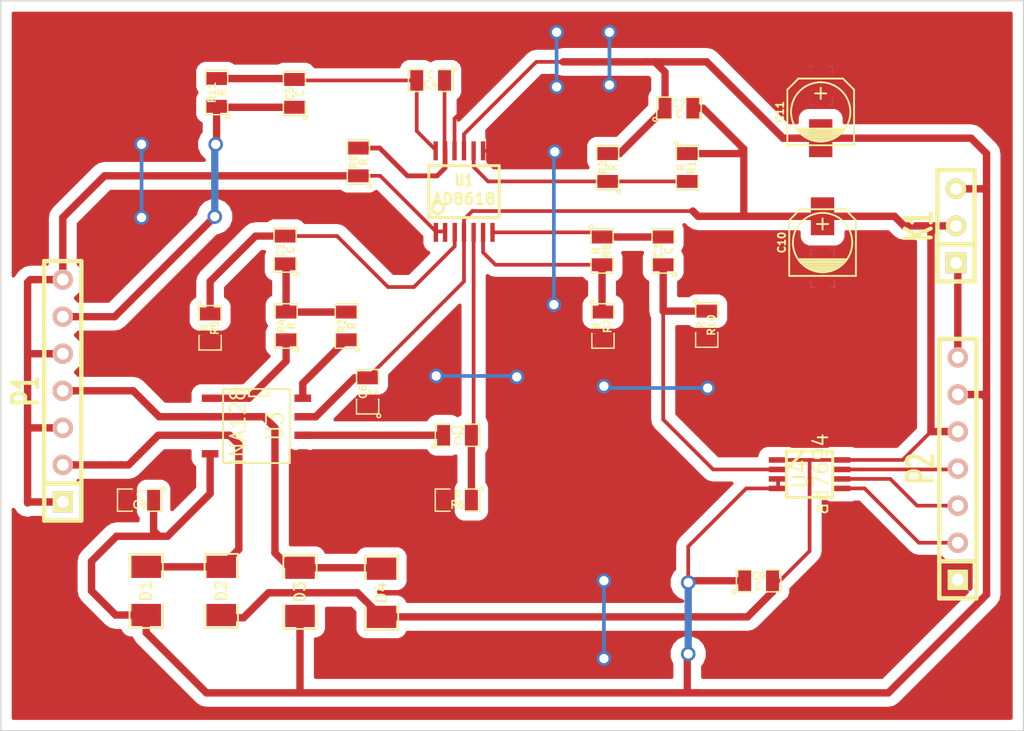
<source format=kicad_pcb>
(kicad_pcb (version 3) (host pcbnew "(22-Jun-2014 BZR 4027)-stable")

  (general
    (links 76)
    (no_connects 0)
    (area 12.014999 12.014999 82.219001 62.153001)
    (thickness 1.6)
    (drawings 5)
    (tracks 245)
    (zones 0)
    (modules 32)
    (nets 24)
  )

  (page User 140.005 101.6)
  (layers
    (15 F.Cu signal)
    (0 B.Cu jumper)
    (16 B.Adhes user)
    (17 F.Adhes user)
    (18 B.Paste user)
    (19 F.Paste user)
    (20 B.SilkS user)
    (21 F.SilkS user)
    (22 B.Mask user)
    (23 F.Mask user)
    (24 Dwgs.User user)
    (25 Cmts.User user)
    (26 Eco1.User user)
    (27 Eco2.User user)
    (28 Edge.Cuts user)
  )

  (setup
    (last_trace_width 0.254)
    (user_trace_width 0.5)
    (trace_clearance 0.254)
    (zone_clearance 0.7)
    (zone_45_only no)
    (trace_min 0.254)
    (segment_width 0.2)
    (edge_width 0.1)
    (via_size 0.889)
    (via_drill 0.635)
    (via_min_size 0.889)
    (via_min_drill 0.508)
    (user_via 1 0)
    (uvia_size 0.508)
    (uvia_drill 0.127)
    (uvias_allowed no)
    (uvia_min_size 0.508)
    (uvia_min_drill 0.127)
    (pcb_text_width 0.3)
    (pcb_text_size 1.5 1.5)
    (mod_edge_width 0.15)
    (mod_text_size 1 1)
    (mod_text_width 0.15)
    (pad_size 1.5 1.5)
    (pad_drill 0.6)
    (pad_to_mask_clearance 0)
    (aux_axis_origin 0 0)
    (visible_elements FFFFFFBF)
    (pcbplotparams
      (layerselection 32768)
      (usegerberextensions false)
      (excludeedgelayer true)
      (linewidth 0.150000)
      (plotframeref false)
      (viasonmask false)
      (mode 1)
      (useauxorigin false)
      (hpglpennumber 1)
      (hpglpenspeed 20)
      (hpglpendiameter 15)
      (hpglpenoverlay 2)
      (psnegative false)
      (psa4output false)
      (plotreference true)
      (plotvalue false)
      (plotothertext true)
      (plotinvisibletext false)
      (padsonsilk false)
      (subtractmaskfromsilk false)
      (outputformat 5)
      (mirror false)
      (drillshape 0)
      (scaleselection 1)
      (outputdirectory ""))
  )

  (net 0 "")
  (net 1 +3.3V)
  (net 2 +5V)
  (net 3 AGND)
  (net 4 GND)
  (net 5 N-000001)
  (net 6 N-0000011)
  (net 7 N-0000012)
  (net 8 N-0000013)
  (net 9 N-0000014)
  (net 10 N-0000015)
  (net 11 N-0000018)
  (net 12 N-0000019)
  (net 13 N-000002)
  (net 14 N-0000020)
  (net 15 N-0000021)
  (net 16 N-0000022)
  (net 17 N-0000023)
  (net 18 N-000003)
  (net 19 N-000004)
  (net 20 N-000005)
  (net 21 N-000006)
  (net 22 N-000007)
  (net 23 N-000008)

  (net_class Default "This is the default net class."
    (clearance 0.254)
    (trace_width 0.254)
    (via_dia 0.889)
    (via_drill 0.635)
    (uvia_dia 0.508)
    (uvia_drill 0.127)
    (add_net "")
    (add_net +3.3V)
    (add_net +5V)
    (add_net AGND)
    (add_net GND)
    (add_net N-000001)
    (add_net N-0000011)
    (add_net N-0000012)
    (add_net N-0000013)
    (add_net N-0000014)
    (add_net N-0000015)
    (add_net N-0000018)
    (add_net N-0000019)
    (add_net N-000002)
    (add_net N-0000020)
    (add_net N-0000021)
    (add_net N-0000022)
    (add_net N-0000023)
    (add_net N-000003)
    (add_net N-000004)
    (add_net N-000005)
    (add_net N-000006)
    (add_net N-000007)
    (add_net N-000008)
  )

  (net_class double ""
    (clearance 0.254)
    (trace_width 0.508)
    (via_dia 0.889)
    (via_drill 0.635)
    (uvia_dia 0.508)
    (uvia_drill 0.127)
  )

  (net_class medium ""
    (clearance 0.254)
    (trace_width 0.3302)
    (via_dia 0.889)
    (via_drill 0.635)
    (uvia_dia 0.508)
    (uvia_drill 0.127)
  )

  (module SO8N (layer F.Cu) (tedit 45127296) (tstamp 56A2322C)
    (at 29.591 41.2115 270)
    (descr "Module CMS SOJ 8 pins large")
    (tags "CMS SOJ")
    (path /562BBDC9)
    (attr smd)
    (fp_text reference U3 (at 0 -1.27 270) (layer F.SilkS)
      (effects (font (size 1.143 1.016) (thickness 0.127)))
    )
    (fp_text value INA128 (at 0 1.27 270) (layer F.SilkS)
      (effects (font (size 1.016 1.016) (thickness 0.127)))
    )
    (fp_line (start -2.54 -2.286) (end 2.54 -2.286) (layer F.SilkS) (width 0.127))
    (fp_line (start 2.54 -2.286) (end 2.54 2.286) (layer F.SilkS) (width 0.127))
    (fp_line (start 2.54 2.286) (end -2.54 2.286) (layer F.SilkS) (width 0.127))
    (fp_line (start -2.54 2.286) (end -2.54 -2.286) (layer F.SilkS) (width 0.127))
    (fp_line (start -2.54 -0.762) (end -2.032 -0.762) (layer F.SilkS) (width 0.127))
    (fp_line (start -2.032 -0.762) (end -2.032 0.508) (layer F.SilkS) (width 0.127))
    (fp_line (start -2.032 0.508) (end -2.54 0.508) (layer F.SilkS) (width 0.127))
    (pad 8 smd rect (at -1.905 -3.175 270) (size 0.508 1.143)
      (layers F.Cu F.Paste F.Mask)
      (net 10 N-0000015)
    )
    (pad 7 smd rect (at -0.635 -3.175 270) (size 0.508 1.143)
      (layers F.Cu F.Paste F.Mask)
      (net 2 +5V)
    )
    (pad 6 smd rect (at 0.635 -3.175 270) (size 0.508 1.143)
      (layers F.Cu F.Paste F.Mask)
      (net 8 N-0000013)
    )
    (pad 5 smd rect (at 1.905 -3.175 270) (size 0.508 1.143)
      (layers F.Cu F.Paste F.Mask)
      (net 3 AGND)
    )
    (pad 4 smd rect (at 1.905 3.175 270) (size 0.508 1.143)
      (layers F.Cu F.Paste F.Mask)
      (net 4 GND)
    )
    (pad 3 smd rect (at 0.635 3.175 270) (size 0.508 1.143)
      (layers F.Cu F.Paste F.Mask)
      (net 14 N-0000020)
    )
    (pad 2 smd rect (at -0.635 3.175 270) (size 0.508 1.143)
      (layers F.Cu F.Paste F.Mask)
      (net 17 N-0000023)
    )
    (pad 1 smd rect (at -1.905 3.175 270) (size 0.508 1.143)
      (layers F.Cu F.Paste F.Mask)
      (net 9 N-0000014)
    )
    (model smd/cms_so8.wrl
      (at (xyz 0 0 0))
      (scale (xyz 0.5 0.38 0.5))
      (rotate (xyz 0 0 0))
    )
  )

  (module SM0805 (layer F.Cu) (tedit 5091495C) (tstamp 56A23252)
    (at 36.576 23.114 90)
    (path /562BCDB6)
    (attr smd)
    (fp_text reference R9 (at 0 -0.3175 90) (layer F.SilkS)
      (effects (font (size 0.50038 0.50038) (thickness 0.10922)))
    )
    (fp_text value R (at 0 0.381 90) (layer F.SilkS)
      (effects (font (size 0.50038 0.50038) (thickness 0.10922)))
    )
    (fp_circle (center -1.651 0.762) (end -1.651 0.635) (layer F.SilkS) (width 0.09906))
    (fp_line (start -0.508 0.762) (end -1.524 0.762) (layer F.SilkS) (width 0.09906))
    (fp_line (start -1.524 0.762) (end -1.524 -0.762) (layer F.SilkS) (width 0.09906))
    (fp_line (start -1.524 -0.762) (end -0.508 -0.762) (layer F.SilkS) (width 0.09906))
    (fp_line (start 0.508 -0.762) (end 1.524 -0.762) (layer F.SilkS) (width 0.09906))
    (fp_line (start 1.524 -0.762) (end 1.524 0.762) (layer F.SilkS) (width 0.09906))
    (fp_line (start 1.524 0.762) (end 0.508 0.762) (layer F.SilkS) (width 0.09906))
    (pad 1 smd rect (at -0.9525 0 90) (size 0.889 1.397)
      (layers F.Cu F.Paste F.Mask)
      (net 15 N-0000021)
    )
    (pad 2 smd rect (at 0.9525 0 90) (size 0.889 1.397)
      (layers F.Cu F.Paste F.Mask)
      (net 13 N-000002)
    )
    (model smd/chip_cms.wrl
      (at (xyz 0 0 0))
      (scale (xyz 0.1 0.1 0.1))
      (rotate (xyz 0 0 0))
    )
  )

  (module SM0805 (layer F.Cu) (tedit 5091495C) (tstamp 56A2325F)
    (at 60.452 34.29 270)
    (path /56A229E2)
    (attr smd)
    (fp_text reference R10 (at 0 -0.3175 270) (layer F.SilkS)
      (effects (font (size 0.50038 0.50038) (thickness 0.10922)))
    )
    (fp_text value R (at 0 0.381 270) (layer F.SilkS)
      (effects (font (size 0.50038 0.50038) (thickness 0.10922)))
    )
    (fp_circle (center -1.651 0.762) (end -1.651 0.635) (layer F.SilkS) (width 0.09906))
    (fp_line (start -0.508 0.762) (end -1.524 0.762) (layer F.SilkS) (width 0.09906))
    (fp_line (start -1.524 0.762) (end -1.524 -0.762) (layer F.SilkS) (width 0.09906))
    (fp_line (start -1.524 -0.762) (end -0.508 -0.762) (layer F.SilkS) (width 0.09906))
    (fp_line (start 0.508 -0.762) (end 1.524 -0.762) (layer F.SilkS) (width 0.09906))
    (fp_line (start 1.524 -0.762) (end 1.524 0.762) (layer F.SilkS) (width 0.09906))
    (fp_line (start 1.524 0.762) (end 0.508 0.762) (layer F.SilkS) (width 0.09906))
    (pad 1 smd rect (at -0.9525 0 270) (size 0.889 1.397)
      (layers F.Cu F.Paste F.Mask)
      (net 21 N-000006)
    )
    (pad 2 smd rect (at 0.9525 0 270) (size 0.889 1.397)
      (layers F.Cu F.Paste F.Mask)
      (net 3 AGND)
    )
    (model smd/chip_cms.wrl
      (at (xyz 0 0 0))
      (scale (xyz 0.1 0.1 0.1))
      (rotate (xyz 0 0 0))
    )
  )

  (module SM0805 (layer F.Cu) (tedit 5091495C) (tstamp 56A2326C)
    (at 57.4675 29.21 90)
    (path /569FB166)
    (attr smd)
    (fp_text reference C3 (at 0 -0.3175 90) (layer F.SilkS)
      (effects (font (size 0.50038 0.50038) (thickness 0.10922)))
    )
    (fp_text value C (at 0 0.381 90) (layer F.SilkS)
      (effects (font (size 0.50038 0.50038) (thickness 0.10922)))
    )
    (fp_circle (center -1.651 0.762) (end -1.651 0.635) (layer F.SilkS) (width 0.09906))
    (fp_line (start -0.508 0.762) (end -1.524 0.762) (layer F.SilkS) (width 0.09906))
    (fp_line (start -1.524 0.762) (end -1.524 -0.762) (layer F.SilkS) (width 0.09906))
    (fp_line (start -1.524 -0.762) (end -0.508 -0.762) (layer F.SilkS) (width 0.09906))
    (fp_line (start 0.508 -0.762) (end 1.524 -0.762) (layer F.SilkS) (width 0.09906))
    (fp_line (start 1.524 -0.762) (end 1.524 0.762) (layer F.SilkS) (width 0.09906))
    (fp_line (start 1.524 0.762) (end 0.508 0.762) (layer F.SilkS) (width 0.09906))
    (pad 1 smd rect (at -0.9525 0 90) (size 0.889 1.397)
      (layers F.Cu F.Paste F.Mask)
      (net 21 N-000006)
    )
    (pad 2 smd rect (at 0.9525 0 90) (size 0.889 1.397)
      (layers F.Cu F.Paste F.Mask)
      (net 22 N-000007)
    )
    (model smd/chip_cms.wrl
      (at (xyz 0 0 0))
      (scale (xyz 0.1 0.1 0.1))
      (rotate (xyz 0 0 0))
    )
  )

  (module SM0805 (layer F.Cu) (tedit 5091495C) (tstamp 56A23279)
    (at 53.34 34.3535 270)
    (path /569FB13E)
    (attr smd)
    (fp_text reference R7 (at 0 -0.3175 270) (layer F.SilkS)
      (effects (font (size 0.50038 0.50038) (thickness 0.10922)))
    )
    (fp_text value R (at 0 0.381 270) (layer F.SilkS)
      (effects (font (size 0.50038 0.50038) (thickness 0.10922)))
    )
    (fp_circle (center -1.651 0.762) (end -1.651 0.635) (layer F.SilkS) (width 0.09906))
    (fp_line (start -0.508 0.762) (end -1.524 0.762) (layer F.SilkS) (width 0.09906))
    (fp_line (start -1.524 0.762) (end -1.524 -0.762) (layer F.SilkS) (width 0.09906))
    (fp_line (start -1.524 -0.762) (end -0.508 -0.762) (layer F.SilkS) (width 0.09906))
    (fp_line (start 0.508 -0.762) (end 1.524 -0.762) (layer F.SilkS) (width 0.09906))
    (fp_line (start 1.524 -0.762) (end 1.524 0.762) (layer F.SilkS) (width 0.09906))
    (fp_line (start 1.524 0.762) (end 0.508 0.762) (layer F.SilkS) (width 0.09906))
    (pad 1 smd rect (at -0.9525 0 270) (size 0.889 1.397)
      (layers F.Cu F.Paste F.Mask)
      (net 5 N-000001)
    )
    (pad 2 smd rect (at 0.9525 0 270) (size 0.889 1.397)
      (layers F.Cu F.Paste F.Mask)
      (net 3 AGND)
    )
    (model smd/chip_cms.wrl
      (at (xyz 0 0 0))
      (scale (xyz 0.1 0.1 0.1))
      (rotate (xyz 0 0 0))
    )
  )

  (module SM0805 (layer F.Cu) (tedit 5091495C) (tstamp 56A23286)
    (at 53.2765 29.21 270)
    (path /569FB12F)
    (attr smd)
    (fp_text reference R8 (at 0 -0.3175 270) (layer F.SilkS)
      (effects (font (size 0.50038 0.50038) (thickness 0.10922)))
    )
    (fp_text value R (at 0 0.381 270) (layer F.SilkS)
      (effects (font (size 0.50038 0.50038) (thickness 0.10922)))
    )
    (fp_circle (center -1.651 0.762) (end -1.651 0.635) (layer F.SilkS) (width 0.09906))
    (fp_line (start -0.508 0.762) (end -1.524 0.762) (layer F.SilkS) (width 0.09906))
    (fp_line (start -1.524 0.762) (end -1.524 -0.762) (layer F.SilkS) (width 0.09906))
    (fp_line (start -1.524 -0.762) (end -0.508 -0.762) (layer F.SilkS) (width 0.09906))
    (fp_line (start 0.508 -0.762) (end 1.524 -0.762) (layer F.SilkS) (width 0.09906))
    (fp_line (start 1.524 -0.762) (end 1.524 0.762) (layer F.SilkS) (width 0.09906))
    (fp_line (start 1.524 0.762) (end 0.508 0.762) (layer F.SilkS) (width 0.09906))
    (pad 1 smd rect (at -0.9525 0 270) (size 0.889 1.397)
      (layers F.Cu F.Paste F.Mask)
      (net 22 N-000007)
    )
    (pad 2 smd rect (at 0.9525 0 270) (size 0.889 1.397)
      (layers F.Cu F.Paste F.Mask)
      (net 5 N-000001)
    )
    (model smd/chip_cms.wrl
      (at (xyz 0 0 0))
      (scale (xyz 0.1 0.1 0.1))
      (rotate (xyz 0 0 0))
    )
  )

  (module SM0805 (layer F.Cu) (tedit 5091495C) (tstamp 56A23293)
    (at 32.1945 18.415 90)
    (path /562BE592)
    (attr smd)
    (fp_text reference C5 (at 0 -0.3175 90) (layer F.SilkS)
      (effects (font (size 0.50038 0.50038) (thickness 0.10922)))
    )
    (fp_text value C (at 0 0.381 90) (layer F.SilkS)
      (effects (font (size 0.50038 0.50038) (thickness 0.10922)))
    )
    (fp_circle (center -1.651 0.762) (end -1.651 0.635) (layer F.SilkS) (width 0.09906))
    (fp_line (start -0.508 0.762) (end -1.524 0.762) (layer F.SilkS) (width 0.09906))
    (fp_line (start -1.524 0.762) (end -1.524 -0.762) (layer F.SilkS) (width 0.09906))
    (fp_line (start -1.524 -0.762) (end -0.508 -0.762) (layer F.SilkS) (width 0.09906))
    (fp_line (start 0.508 -0.762) (end 1.524 -0.762) (layer F.SilkS) (width 0.09906))
    (fp_line (start 1.524 -0.762) (end 1.524 0.762) (layer F.SilkS) (width 0.09906))
    (fp_line (start 1.524 0.762) (end 0.508 0.762) (layer F.SilkS) (width 0.09906))
    (pad 1 smd rect (at -0.9525 0 90) (size 0.889 1.397)
      (layers F.Cu F.Paste F.Mask)
      (net 19 N-000004)
    )
    (pad 2 smd rect (at 0.9525 0 90) (size 0.889 1.397)
      (layers F.Cu F.Paste F.Mask)
      (net 18 N-000003)
    )
    (model smd/chip_cms.wrl
      (at (xyz 0 0 0))
      (scale (xyz 0.1 0.1 0.1))
      (rotate (xyz 0 0 0))
    )
  )

  (module SM0805 (layer F.Cu) (tedit 5091495C) (tstamp 56A232A0)
    (at 26.8605 18.3515 90)
    (path /562BE583)
    (attr smd)
    (fp_text reference R11 (at 0 -0.3175 90) (layer F.SilkS)
      (effects (font (size 0.50038 0.50038) (thickness 0.10922)))
    )
    (fp_text value R (at 0 0.381 90) (layer F.SilkS)
      (effects (font (size 0.50038 0.50038) (thickness 0.10922)))
    )
    (fp_circle (center -1.651 0.762) (end -1.651 0.635) (layer F.SilkS) (width 0.09906))
    (fp_line (start -0.508 0.762) (end -1.524 0.762) (layer F.SilkS) (width 0.09906))
    (fp_line (start -1.524 0.762) (end -1.524 -0.762) (layer F.SilkS) (width 0.09906))
    (fp_line (start -1.524 -0.762) (end -0.508 -0.762) (layer F.SilkS) (width 0.09906))
    (fp_line (start 0.508 -0.762) (end 1.524 -0.762) (layer F.SilkS) (width 0.09906))
    (fp_line (start 1.524 -0.762) (end 1.524 0.762) (layer F.SilkS) (width 0.09906))
    (fp_line (start 1.524 0.762) (end 0.508 0.762) (layer F.SilkS) (width 0.09906))
    (pad 1 smd rect (at -0.9525 0 90) (size 0.889 1.397)
      (layers F.Cu F.Paste F.Mask)
      (net 19 N-000004)
    )
    (pad 2 smd rect (at 0.9525 0 90) (size 0.889 1.397)
      (layers F.Cu F.Paste F.Mask)
      (net 18 N-000003)
    )
    (model smd/chip_cms.wrl
      (at (xyz 0 0 0))
      (scale (xyz 0.1 0.1 0.1))
      (rotate (xyz 0 0 0))
    )
  )

  (module SM0805 (layer F.Cu) (tedit 5091495C) (tstamp 56A42C92)
    (at 26.416 34.4805 270)
    (path /562BE3B2)
    (attr smd)
    (fp_text reference R5 (at 0 -0.3175 270) (layer F.SilkS)
      (effects (font (size 0.50038 0.50038) (thickness 0.10922)))
    )
    (fp_text value R (at 0 0.381 270) (layer F.SilkS)
      (effects (font (size 0.50038 0.50038) (thickness 0.10922)))
    )
    (fp_circle (center -1.651 0.762) (end -1.651 0.635) (layer F.SilkS) (width 0.09906))
    (fp_line (start -0.508 0.762) (end -1.524 0.762) (layer F.SilkS) (width 0.09906))
    (fp_line (start -1.524 0.762) (end -1.524 -0.762) (layer F.SilkS) (width 0.09906))
    (fp_line (start -1.524 -0.762) (end -0.508 -0.762) (layer F.SilkS) (width 0.09906))
    (fp_line (start 0.508 -0.762) (end 1.524 -0.762) (layer F.SilkS) (width 0.09906))
    (fp_line (start 1.524 -0.762) (end 1.524 0.762) (layer F.SilkS) (width 0.09906))
    (fp_line (start 1.524 0.762) (end 0.508 0.762) (layer F.SilkS) (width 0.09906))
    (pad 1 smd rect (at -0.9525 0 270) (size 0.889 1.397)
      (layers F.Cu F.Paste F.Mask)
      (net 20 N-000005)
    )
    (pad 2 smd rect (at 0.9525 0 270) (size 0.889 1.397)
      (layers F.Cu F.Paste F.Mask)
      (net 3 AGND)
    )
    (model smd/chip_cms.wrl
      (at (xyz 0 0 0))
      (scale (xyz 0.1 0.1 0.1))
      (rotate (xyz 0 0 0))
    )
  )

  (module SM0805 (layer F.Cu) (tedit 5091495C) (tstamp 56A232BA)
    (at 41.529 17.526 180)
    (path /562BCDA2)
    (attr smd)
    (fp_text reference C4 (at 0 -0.3175 180) (layer F.SilkS)
      (effects (font (size 0.50038 0.50038) (thickness 0.10922)))
    )
    (fp_text value C (at 0 0.381 180) (layer F.SilkS)
      (effects (font (size 0.50038 0.50038) (thickness 0.10922)))
    )
    (fp_circle (center -1.651 0.762) (end -1.651 0.635) (layer F.SilkS) (width 0.09906))
    (fp_line (start -0.508 0.762) (end -1.524 0.762) (layer F.SilkS) (width 0.09906))
    (fp_line (start -1.524 0.762) (end -1.524 -0.762) (layer F.SilkS) (width 0.09906))
    (fp_line (start -1.524 -0.762) (end -0.508 -0.762) (layer F.SilkS) (width 0.09906))
    (fp_line (start 0.508 -0.762) (end 1.524 -0.762) (layer F.SilkS) (width 0.09906))
    (fp_line (start 1.524 -0.762) (end 1.524 0.762) (layer F.SilkS) (width 0.09906))
    (fp_line (start 1.524 0.762) (end 0.508 0.762) (layer F.SilkS) (width 0.09906))
    (pad 1 smd rect (at -0.9525 0 180) (size 0.889 1.397)
      (layers F.Cu F.Paste F.Mask)
      (net 13 N-000002)
    )
    (pad 2 smd rect (at 0.9525 0 180) (size 0.889 1.397)
      (layers F.Cu F.Paste F.Mask)
      (net 18 N-000003)
    )
    (model smd/chip_cms.wrl
      (at (xyz 0 0 0))
      (scale (xyz 0.1 0.1 0.1))
      (rotate (xyz 0 0 0))
    )
  )

  (module SM0805 (layer F.Cu) (tedit 5091495C) (tstamp 56A232C7)
    (at 31.5595 29.1465 90)
    (path /562BC967)
    (attr smd)
    (fp_text reference C1 (at 0 -0.3175 90) (layer F.SilkS)
      (effects (font (size 0.50038 0.50038) (thickness 0.10922)))
    )
    (fp_text value C (at 0 0.381 90) (layer F.SilkS)
      (effects (font (size 0.50038 0.50038) (thickness 0.10922)))
    )
    (fp_circle (center -1.651 0.762) (end -1.651 0.635) (layer F.SilkS) (width 0.09906))
    (fp_line (start -0.508 0.762) (end -1.524 0.762) (layer F.SilkS) (width 0.09906))
    (fp_line (start -1.524 0.762) (end -1.524 -0.762) (layer F.SilkS) (width 0.09906))
    (fp_line (start -1.524 -0.762) (end -0.508 -0.762) (layer F.SilkS) (width 0.09906))
    (fp_line (start 0.508 -0.762) (end 1.524 -0.762) (layer F.SilkS) (width 0.09906))
    (fp_line (start 1.524 -0.762) (end 1.524 0.762) (layer F.SilkS) (width 0.09906))
    (fp_line (start 1.524 0.762) (end 0.508 0.762) (layer F.SilkS) (width 0.09906))
    (pad 1 smd rect (at -0.9525 0 90) (size 0.889 1.397)
      (layers F.Cu F.Paste F.Mask)
      (net 7 N-0000012)
    )
    (pad 2 smd rect (at 0.9525 0 90) (size 0.889 1.397)
      (layers F.Cu F.Paste F.Mask)
      (net 20 N-000005)
    )
    (model smd/chip_cms.wrl
      (at (xyz 0 0 0))
      (scale (xyz 0.1 0.1 0.1))
      (rotate (xyz 0 0 0))
    )
  )

  (module SM0805 (layer F.Cu) (tedit 5091495C) (tstamp 56A232D4)
    (at 43.3705 46.2915 180)
    (path /562BC7DD)
    (attr smd)
    (fp_text reference R6 (at 0 -0.3175 180) (layer F.SilkS)
      (effects (font (size 0.50038 0.50038) (thickness 0.10922)))
    )
    (fp_text value R (at 0 0.381 180) (layer F.SilkS)
      (effects (font (size 0.50038 0.50038) (thickness 0.10922)))
    )
    (fp_circle (center -1.651 0.762) (end -1.651 0.635) (layer F.SilkS) (width 0.09906))
    (fp_line (start -0.508 0.762) (end -1.524 0.762) (layer F.SilkS) (width 0.09906))
    (fp_line (start -1.524 0.762) (end -1.524 -0.762) (layer F.SilkS) (width 0.09906))
    (fp_line (start -1.524 -0.762) (end -0.508 -0.762) (layer F.SilkS) (width 0.09906))
    (fp_line (start 0.508 -0.762) (end 1.524 -0.762) (layer F.SilkS) (width 0.09906))
    (fp_line (start 1.524 -0.762) (end 1.524 0.762) (layer F.SilkS) (width 0.09906))
    (fp_line (start 1.524 0.762) (end 0.508 0.762) (layer F.SilkS) (width 0.09906))
    (pad 1 smd rect (at -0.9525 0 180) (size 0.889 1.397)
      (layers F.Cu F.Paste F.Mask)
      (net 6 N-0000011)
    )
    (pad 2 smd rect (at 0.9525 0 180) (size 0.889 1.397)
      (layers F.Cu F.Paste F.Mask)
      (net 3 AGND)
    )
    (model smd/chip_cms.wrl
      (at (xyz 0 0 0))
      (scale (xyz 0.1 0.1 0.1))
      (rotate (xyz 0 0 0))
    )
  )

  (module SM0805 (layer F.Cu) (tedit 5091495C) (tstamp 56A232E1)
    (at 43.3705 41.8465)
    (path /562BC7CE)
    (attr smd)
    (fp_text reference C2 (at 0 -0.3175) (layer F.SilkS)
      (effects (font (size 0.50038 0.50038) (thickness 0.10922)))
    )
    (fp_text value C (at 0 0.381) (layer F.SilkS)
      (effects (font (size 0.50038 0.50038) (thickness 0.10922)))
    )
    (fp_circle (center -1.651 0.762) (end -1.651 0.635) (layer F.SilkS) (width 0.09906))
    (fp_line (start -0.508 0.762) (end -1.524 0.762) (layer F.SilkS) (width 0.09906))
    (fp_line (start -1.524 0.762) (end -1.524 -0.762) (layer F.SilkS) (width 0.09906))
    (fp_line (start -1.524 -0.762) (end -0.508 -0.762) (layer F.SilkS) (width 0.09906))
    (fp_line (start 0.508 -0.762) (end 1.524 -0.762) (layer F.SilkS) (width 0.09906))
    (fp_line (start 1.524 -0.762) (end 1.524 0.762) (layer F.SilkS) (width 0.09906))
    (fp_line (start 1.524 0.762) (end 0.508 0.762) (layer F.SilkS) (width 0.09906))
    (pad 1 smd rect (at -0.9525 0) (size 0.889 1.397)
      (layers F.Cu F.Paste F.Mask)
      (net 8 N-0000013)
    )
    (pad 2 smd rect (at 0.9525 0) (size 0.889 1.397)
      (layers F.Cu F.Paste F.Mask)
      (net 6 N-0000011)
    )
    (model smd/chip_cms.wrl
      (at (xyz 0 0 0))
      (scale (xyz 0.1 0.1 0.1))
      (rotate (xyz 0 0 0))
    )
  )

  (module SM0805 (layer F.Cu) (tedit 5091495C) (tstamp 56A232EE)
    (at 31.623 34.3535 90)
    (path /562BC758)
    (attr smd)
    (fp_text reference R4 (at 0 -0.3175 90) (layer F.SilkS)
      (effects (font (size 0.50038 0.50038) (thickness 0.10922)))
    )
    (fp_text value R (at 0 0.381 90) (layer F.SilkS)
      (effects (font (size 0.50038 0.50038) (thickness 0.10922)))
    )
    (fp_circle (center -1.651 0.762) (end -1.651 0.635) (layer F.SilkS) (width 0.09906))
    (fp_line (start -0.508 0.762) (end -1.524 0.762) (layer F.SilkS) (width 0.09906))
    (fp_line (start -1.524 0.762) (end -1.524 -0.762) (layer F.SilkS) (width 0.09906))
    (fp_line (start -1.524 -0.762) (end -0.508 -0.762) (layer F.SilkS) (width 0.09906))
    (fp_line (start 0.508 -0.762) (end 1.524 -0.762) (layer F.SilkS) (width 0.09906))
    (fp_line (start 1.524 -0.762) (end 1.524 0.762) (layer F.SilkS) (width 0.09906))
    (fp_line (start 1.524 0.762) (end 0.508 0.762) (layer F.SilkS) (width 0.09906))
    (pad 1 smd rect (at -0.9525 0 90) (size 0.889 1.397)
      (layers F.Cu F.Paste F.Mask)
      (net 9 N-0000014)
    )
    (pad 2 smd rect (at 0.9525 0 90) (size 0.889 1.397)
      (layers F.Cu F.Paste F.Mask)
      (net 7 N-0000012)
    )
    (model smd/chip_cms.wrl
      (at (xyz 0 0 0))
      (scale (xyz 0.1 0.1 0.1))
      (rotate (xyz 0 0 0))
    )
  )

  (module SM0805 (layer F.Cu) (tedit 5091495C) (tstamp 56A2354A)
    (at 35.7505 34.3535 90)
    (path /562BC749)
    (attr smd)
    (fp_text reference R3 (at 0 -0.3175 90) (layer F.SilkS)
      (effects (font (size 0.50038 0.50038) (thickness 0.10922)))
    )
    (fp_text value R (at 0 0.381 90) (layer F.SilkS)
      (effects (font (size 0.50038 0.50038) (thickness 0.10922)))
    )
    (fp_circle (center -1.651 0.762) (end -1.651 0.635) (layer F.SilkS) (width 0.09906))
    (fp_line (start -0.508 0.762) (end -1.524 0.762) (layer F.SilkS) (width 0.09906))
    (fp_line (start -1.524 0.762) (end -1.524 -0.762) (layer F.SilkS) (width 0.09906))
    (fp_line (start -1.524 -0.762) (end -0.508 -0.762) (layer F.SilkS) (width 0.09906))
    (fp_line (start 0.508 -0.762) (end 1.524 -0.762) (layer F.SilkS) (width 0.09906))
    (fp_line (start 1.524 -0.762) (end 1.524 0.762) (layer F.SilkS) (width 0.09906))
    (fp_line (start 1.524 0.762) (end 0.508 0.762) (layer F.SilkS) (width 0.09906))
    (pad 1 smd rect (at -0.9525 0 90) (size 0.889 1.397)
      (layers F.Cu F.Paste F.Mask)
      (net 10 N-0000015)
    )
    (pad 2 smd rect (at 0.9525 0 90) (size 0.889 1.397)
      (layers F.Cu F.Paste F.Mask)
      (net 7 N-0000012)
    )
    (model smd/chip_cms.wrl
      (at (xyz 0 0 0))
      (scale (xyz 0.1 0.1 0.1))
      (rotate (xyz 0 0 0))
    )
  )

  (module SM0805 (layer F.Cu) (tedit 5091495C) (tstamp 56A23308)
    (at 53.6575 23.495 90)
    (path /562BC3E8)
    (attr smd)
    (fp_text reference R2 (at 0 -0.3175 90) (layer F.SilkS)
      (effects (font (size 0.50038 0.50038) (thickness 0.10922)))
    )
    (fp_text value R (at 0 0.381 90) (layer F.SilkS)
      (effects (font (size 0.50038 0.50038) (thickness 0.10922)))
    )
    (fp_circle (center -1.651 0.762) (end -1.651 0.635) (layer F.SilkS) (width 0.09906))
    (fp_line (start -0.508 0.762) (end -1.524 0.762) (layer F.SilkS) (width 0.09906))
    (fp_line (start -1.524 0.762) (end -1.524 -0.762) (layer F.SilkS) (width 0.09906))
    (fp_line (start -1.524 -0.762) (end -0.508 -0.762) (layer F.SilkS) (width 0.09906))
    (fp_line (start 0.508 -0.762) (end 1.524 -0.762) (layer F.SilkS) (width 0.09906))
    (fp_line (start 1.524 -0.762) (end 1.524 0.762) (layer F.SilkS) (width 0.09906))
    (fp_line (start 1.524 0.762) (end 0.508 0.762) (layer F.SilkS) (width 0.09906))
    (pad 1 smd rect (at -0.9525 0 90) (size 0.889 1.397)
      (layers F.Cu F.Paste F.Mask)
      (net 23 N-000008)
    )
    (pad 2 smd rect (at 0.9525 0 90) (size 0.889 1.397)
      (layers F.Cu F.Paste F.Mask)
      (net 4 GND)
    )
    (model smd/chip_cms.wrl
      (at (xyz 0 0 0))
      (scale (xyz 0.1 0.1 0.1))
      (rotate (xyz 0 0 0))
    )
  )

  (module SM0805 (layer F.Cu) (tedit 56A4A688) (tstamp 56A23315)
    (at 59.1185 23.495 270)
    (path /562BC3D9)
    (attr smd)
    (fp_text reference R1 (at 0 -0.3175 270) (layer F.SilkS)
      (effects (font (size 0.50038 0.50038) (thickness 0.10922)))
    )
    (fp_text value R (at 0 0.381 270) (layer F.SilkS)
      (effects (font (size 0.50038 0.50038) (thickness 0.10922)))
    )
    (fp_circle (center -1.651 0.762) (end -1.651 0.635) (layer F.SilkS) (width 0.09906))
    (fp_line (start -0.508 0.762) (end -1.524 0.762) (layer F.SilkS) (width 0.09906))
    (fp_line (start -1.524 0.762) (end -1.524 -0.762) (layer F.SilkS) (width 0.09906))
    (fp_line (start -1.524 -0.762) (end -0.508 -0.762) (layer F.SilkS) (width 0.09906))
    (fp_line (start 0.508 -0.762) (end 1.524 -0.762) (layer F.SilkS) (width 0.09906))
    (fp_line (start 1.524 -0.762) (end 1.524 0.762) (layer F.SilkS) (width 0.09906))
    (fp_line (start 1.524 0.762) (end 0.508 0.762) (layer F.SilkS) (width 0.09906))
    (pad 1 smd rect (at -0.9525 0 270) (size 0.889 1.397)
      (layers F.Cu F.Paste F.Mask)
      (net 2 +5V)
    )
    (pad 2 smd rect (at 0.9525 0 270) (size 0.889 1.397)
      (layers F.Cu F.Paste F.Mask)
      (net 23 N-000008)
    )
    (model smd/chip_cms.wrl
      (at (xyz 0 0 0))
      (scale (xyz 0.1 0.1 0.1))
      (rotate (xyz 0 0 0))
    )
  )

  (module SIL-7 (layer F.Cu) (tedit 200000) (tstamp 56A23327)
    (at 16.3195 38.7985 90)
    (descr "Connecteur 7 pins")
    (tags "CONN DEV")
    (path /56A22BB9)
    (fp_text reference P1 (at 0 -2.54 90) (layer F.SilkS)
      (effects (font (size 1.72974 1.08712) (thickness 0.3048)))
    )
    (fp_text value CONN_7 (at 0 -2.54 90) (layer F.SilkS) hide
      (effects (font (size 1.524 1.016) (thickness 0.3048)))
    )
    (fp_line (start -8.89 -1.27) (end -8.89 -1.27) (layer F.SilkS) (width 0.3048))
    (fp_line (start -8.89 -1.27) (end 8.89 -1.27) (layer F.SilkS) (width 0.3048))
    (fp_line (start 8.89 -1.27) (end 8.89 1.27) (layer F.SilkS) (width 0.3048))
    (fp_line (start 8.89 1.27) (end -8.89 1.27) (layer F.SilkS) (width 0.3048))
    (fp_line (start -8.89 1.27) (end -8.89 -1.27) (layer F.SilkS) (width 0.3048))
    (fp_line (start -6.35 1.27) (end -6.35 1.27) (layer F.SilkS) (width 0.3048))
    (fp_line (start -6.35 1.27) (end -6.35 -1.27) (layer F.SilkS) (width 0.3048))
    (pad 1 thru_hole rect (at -7.62 0 90) (size 1.397 1.397) (drill 0.8128)
      (layers *.Cu *.Mask F.SilkS)
      (net 15 N-0000021)
    )
    (pad 2 thru_hole circle (at -5.08 0 90) (size 1.397 1.397) (drill 0.8128)
      (layers *.Cu *.SilkS *.Mask)
      (net 14 N-0000020)
    )
    (pad 3 thru_hole circle (at -2.54 0 90) (size 1.397 1.397) (drill 0.8128)
      (layers *.Cu *.SilkS *.Mask)
      (net 15 N-0000021)
    )
    (pad 4 thru_hole circle (at 0 0 90) (size 1.397 1.397) (drill 0.8128)
      (layers *.Cu *.SilkS *.Mask)
      (net 17 N-0000023)
    )
    (pad 5 thru_hole circle (at 2.54 0 90) (size 1.397 1.397) (drill 0.8128)
      (layers *.Cu *.SilkS *.Mask)
      (net 15 N-0000021)
    )
    (pad 6 thru_hole circle (at 5.08 0 90) (size 1.397 1.397) (drill 0.8128)
      (layers *.Cu *.SilkS *.Mask)
      (net 19 N-000004)
    )
    (pad 7 thru_hole circle (at 7.62 0 90) (size 1.397 1.397) (drill 0.8128)
      (layers *.Cu *.SilkS *.Mask)
      (net 15 N-0000021)
    )
  )

  (module SM1206 (layer F.Cu) (tedit 56A4369E) (tstamp 56A4AC28)
    (at 38.1635 52.6415 90)
    (path /56A2372E)
    (attr smd)
    (fp_text reference D4 (at 0 0 90) (layer F.SilkS)
      (effects (font (size 0.762 0.762) (thickness 0.127)))
    )
    (fp_text value DIODE (at 0 0 90) (layer F.SilkS) hide
      (effects (font (size 0.762 0.762) (thickness 0.127)))
    )
    (fp_line (start -2.54 -1.143) (end -2.54 1.143) (layer F.SilkS) (width 0.127))
    (fp_line (start -2.54 1.143) (end -0.889 1.143) (layer F.SilkS) (width 0.127))
    (fp_line (start 0.889 -1.143) (end 2.54 -1.143) (layer F.SilkS) (width 0.127))
    (fp_line (start 2.54 -1.143) (end 2.54 1.143) (layer F.SilkS) (width 0.127))
    (fp_line (start 2.54 1.143) (end 0.889 1.143) (layer F.SilkS) (width 0.127))
    (fp_line (start -0.889 -1.143) (end -2.54 -1.143) (layer F.SilkS) (width 0.127))
    (pad 1 smd rect (at -1.651 0 90) (size 1.524 2.032)
      (layers F.Cu F.Paste F.Mask)
      (net 2 +5V)
    )
    (pad 2 smd rect (at 1.651 0 90) (size 1.524 2.032)
      (layers F.Cu F.Paste F.Mask)
      (net 17 N-0000023)
    )
    (model smd/chip_cms.wrl
      (at (xyz 0 0 0))
      (scale (xyz 0.17 0.16 0.16))
      (rotate (xyz 0 0 0))
    )
  )

  (module SM1206 (layer F.Cu) (tedit 42806E24) (tstamp 56A4AC35)
    (at 32.5755 52.578 270)
    (path /56A2373D)
    (attr smd)
    (fp_text reference D3 (at 0 0 270) (layer F.SilkS)
      (effects (font (size 0.762 0.762) (thickness 0.127)))
    )
    (fp_text value DIODE (at 0 0 270) (layer F.SilkS) hide
      (effects (font (size 0.762 0.762) (thickness 0.127)))
    )
    (fp_line (start -2.54 -1.143) (end -2.54 1.143) (layer F.SilkS) (width 0.127))
    (fp_line (start -2.54 1.143) (end -0.889 1.143) (layer F.SilkS) (width 0.127))
    (fp_line (start 0.889 -1.143) (end 2.54 -1.143) (layer F.SilkS) (width 0.127))
    (fp_line (start 2.54 -1.143) (end 2.54 1.143) (layer F.SilkS) (width 0.127))
    (fp_line (start 2.54 1.143) (end 0.889 1.143) (layer F.SilkS) (width 0.127))
    (fp_line (start -0.889 -1.143) (end -2.54 -1.143) (layer F.SilkS) (width 0.127))
    (pad 1 smd rect (at -1.651 0 270) (size 1.524 2.032)
      (layers F.Cu F.Paste F.Mask)
      (net 17 N-0000023)
    )
    (pad 2 smd rect (at 1.651 0 270) (size 1.524 2.032)
      (layers F.Cu F.Paste F.Mask)
      (net 4 GND)
    )
    (model smd/chip_cms.wrl
      (at (xyz 0 0 0))
      (scale (xyz 0.17 0.16 0.16))
      (rotate (xyz 0 0 0))
    )
  )

  (module SM1206 (layer F.Cu) (tedit 42806E24) (tstamp 56A236C7)
    (at 27.178 52.5145 90)
    (path /56A23756)
    (attr smd)
    (fp_text reference D2 (at 0 0 90) (layer F.SilkS)
      (effects (font (size 0.762 0.762) (thickness 0.127)))
    )
    (fp_text value DIODE (at 0 0 90) (layer F.SilkS) hide
      (effects (font (size 0.762 0.762) (thickness 0.127)))
    )
    (fp_line (start -2.54 -1.143) (end -2.54 1.143) (layer F.SilkS) (width 0.127))
    (fp_line (start -2.54 1.143) (end -0.889 1.143) (layer F.SilkS) (width 0.127))
    (fp_line (start 0.889 -1.143) (end 2.54 -1.143) (layer F.SilkS) (width 0.127))
    (fp_line (start 2.54 -1.143) (end 2.54 1.143) (layer F.SilkS) (width 0.127))
    (fp_line (start 2.54 1.143) (end 0.889 1.143) (layer F.SilkS) (width 0.127))
    (fp_line (start -0.889 -1.143) (end -2.54 -1.143) (layer F.SilkS) (width 0.127))
    (pad 1 smd rect (at -1.651 0 90) (size 1.524 2.032)
      (layers F.Cu F.Paste F.Mask)
      (net 2 +5V)
    )
    (pad 2 smd rect (at 1.651 0 90) (size 1.524 2.032)
      (layers F.Cu F.Paste F.Mask)
      (net 14 N-0000020)
    )
    (model smd/chip_cms.wrl
      (at (xyz 0 0 0))
      (scale (xyz 0.17 0.16 0.16))
      (rotate (xyz 0 0 0))
    )
  )

  (module SM1206 (layer F.Cu) (tedit 42806E24) (tstamp 56A236D3)
    (at 22.0345 52.5145 270)
    (path /56A23765)
    (attr smd)
    (fp_text reference D1 (at 0 0 270) (layer F.SilkS)
      (effects (font (size 0.762 0.762) (thickness 0.127)))
    )
    (fp_text value DIODE (at 0 0 270) (layer F.SilkS) hide
      (effects (font (size 0.762 0.762) (thickness 0.127)))
    )
    (fp_line (start -2.54 -1.143) (end -2.54 1.143) (layer F.SilkS) (width 0.127))
    (fp_line (start -2.54 1.143) (end -0.889 1.143) (layer F.SilkS) (width 0.127))
    (fp_line (start 0.889 -1.143) (end 2.54 -1.143) (layer F.SilkS) (width 0.127))
    (fp_line (start 2.54 -1.143) (end 2.54 1.143) (layer F.SilkS) (width 0.127))
    (fp_line (start 2.54 1.143) (end 0.889 1.143) (layer F.SilkS) (width 0.127))
    (fp_line (start -0.889 -1.143) (end -2.54 -1.143) (layer F.SilkS) (width 0.127))
    (pad 1 smd rect (at -1.651 0 270) (size 1.524 2.032)
      (layers F.Cu F.Paste F.Mask)
      (net 14 N-0000020)
    )
    (pad 2 smd rect (at 1.651 0 270) (size 1.524 2.032)
      (layers F.Cu F.Paste F.Mask)
      (net 4 GND)
    )
    (model smd/chip_cms.wrl
      (at (xyz 0 0 0))
      (scale (xyz 0.17 0.16 0.16))
      (rotate (xyz 0 0 0))
    )
  )

  (module SM0805 (layer F.Cu) (tedit 5091495C) (tstamp 56A2731A)
    (at 37.211 38.862 90)
    (path /56A27292)
    (attr smd)
    (fp_text reference C6 (at 0 -0.3175 90) (layer F.SilkS)
      (effects (font (size 0.50038 0.50038) (thickness 0.10922)))
    )
    (fp_text value C (at 0 0.381 90) (layer F.SilkS)
      (effects (font (size 0.50038 0.50038) (thickness 0.10922)))
    )
    (fp_circle (center -1.651 0.762) (end -1.651 0.635) (layer F.SilkS) (width 0.09906))
    (fp_line (start -0.508 0.762) (end -1.524 0.762) (layer F.SilkS) (width 0.09906))
    (fp_line (start -1.524 0.762) (end -1.524 -0.762) (layer F.SilkS) (width 0.09906))
    (fp_line (start -1.524 -0.762) (end -0.508 -0.762) (layer F.SilkS) (width 0.09906))
    (fp_line (start 0.508 -0.762) (end 1.524 -0.762) (layer F.SilkS) (width 0.09906))
    (fp_line (start 1.524 -0.762) (end 1.524 0.762) (layer F.SilkS) (width 0.09906))
    (fp_line (start 1.524 0.762) (end 0.508 0.762) (layer F.SilkS) (width 0.09906))
    (pad 1 smd rect (at -0.9525 0 90) (size 0.889 1.397)
      (layers F.Cu F.Paste F.Mask)
      (net 3 AGND)
    )
    (pad 2 smd rect (at 0.9525 0 90) (size 0.889 1.397)
      (layers F.Cu F.Paste F.Mask)
      (net 2 +5V)
    )
    (model smd/chip_cms.wrl
      (at (xyz 0 0 0))
      (scale (xyz 0.1 0.1 0.1))
      (rotate (xyz 0 0 0))
    )
  )

  (module SM0805 (layer F.Cu) (tedit 5091495C) (tstamp 56A27327)
    (at 21.59 46.2915 180)
    (path /56A272B0)
    (attr smd)
    (fp_text reference C8 (at 0 -0.3175 180) (layer F.SilkS)
      (effects (font (size 0.50038 0.50038) (thickness 0.10922)))
    )
    (fp_text value C (at 0 0.381 180) (layer F.SilkS)
      (effects (font (size 0.50038 0.50038) (thickness 0.10922)))
    )
    (fp_circle (center -1.651 0.762) (end -1.651 0.635) (layer F.SilkS) (width 0.09906))
    (fp_line (start -0.508 0.762) (end -1.524 0.762) (layer F.SilkS) (width 0.09906))
    (fp_line (start -1.524 0.762) (end -1.524 -0.762) (layer F.SilkS) (width 0.09906))
    (fp_line (start -1.524 -0.762) (end -0.508 -0.762) (layer F.SilkS) (width 0.09906))
    (fp_line (start 0.508 -0.762) (end 1.524 -0.762) (layer F.SilkS) (width 0.09906))
    (fp_line (start 1.524 -0.762) (end 1.524 0.762) (layer F.SilkS) (width 0.09906))
    (fp_line (start 1.524 0.762) (end 0.508 0.762) (layer F.SilkS) (width 0.09906))
    (pad 1 smd rect (at -0.9525 0 180) (size 0.889 1.397)
      (layers F.Cu F.Paste F.Mask)
      (net 4 GND)
    )
    (pad 2 smd rect (at 0.9525 0 180) (size 0.889 1.397)
      (layers F.Cu F.Paste F.Mask)
      (net 3 AGND)
    )
    (model smd/chip_cms.wrl
      (at (xyz 0 0 0))
      (scale (xyz 0.1 0.1 0.1))
      (rotate (xyz 0 0 0))
    )
  )

  (module SM0805 (layer F.Cu) (tedit 5091495C) (tstamp 56A27334)
    (at 64.008 51.816)
    (path /56A272BF)
    (attr smd)
    (fp_text reference C9 (at 0 -0.3175) (layer F.SilkS)
      (effects (font (size 0.50038 0.50038) (thickness 0.10922)))
    )
    (fp_text value C (at 0 0.381) (layer F.SilkS)
      (effects (font (size 0.50038 0.50038) (thickness 0.10922)))
    )
    (fp_circle (center -1.651 0.762) (end -1.651 0.635) (layer F.SilkS) (width 0.09906))
    (fp_line (start -0.508 0.762) (end -1.524 0.762) (layer F.SilkS) (width 0.09906))
    (fp_line (start -1.524 0.762) (end -1.524 -0.762) (layer F.SilkS) (width 0.09906))
    (fp_line (start -1.524 -0.762) (end -0.508 -0.762) (layer F.SilkS) (width 0.09906))
    (fp_line (start 0.508 -0.762) (end 1.524 -0.762) (layer F.SilkS) (width 0.09906))
    (fp_line (start 1.524 -0.762) (end 1.524 0.762) (layer F.SilkS) (width 0.09906))
    (fp_line (start 1.524 0.762) (end 0.508 0.762) (layer F.SilkS) (width 0.09906))
    (pad 1 smd rect (at -0.9525 0) (size 0.889 1.397)
      (layers F.Cu F.Paste F.Mask)
      (net 4 GND)
    )
    (pad 2 smd rect (at 0.9525 0) (size 0.889 1.397)
      (layers F.Cu F.Paste F.Mask)
      (net 2 +5V)
    )
    (model smd/chip_cms.wrl
      (at (xyz 0 0 0))
      (scale (xyz 0.1 0.1 0.1))
      (rotate (xyz 0 0 0))
    )
  )

  (module SM0805 (layer F.Cu) (tedit 5091495C) (tstamp 56A27341)
    (at 58.547 19.431)
    (path /56A272CE)
    (attr smd)
    (fp_text reference C7 (at 0 -0.3175) (layer F.SilkS)
      (effects (font (size 0.50038 0.50038) (thickness 0.10922)))
    )
    (fp_text value C (at 0 0.381) (layer F.SilkS)
      (effects (font (size 0.50038 0.50038) (thickness 0.10922)))
    )
    (fp_circle (center -1.651 0.762) (end -1.651 0.635) (layer F.SilkS) (width 0.09906))
    (fp_line (start -0.508 0.762) (end -1.524 0.762) (layer F.SilkS) (width 0.09906))
    (fp_line (start -1.524 0.762) (end -1.524 -0.762) (layer F.SilkS) (width 0.09906))
    (fp_line (start -1.524 -0.762) (end -0.508 -0.762) (layer F.SilkS) (width 0.09906))
    (fp_line (start 0.508 -0.762) (end 1.524 -0.762) (layer F.SilkS) (width 0.09906))
    (fp_line (start 1.524 -0.762) (end 1.524 0.762) (layer F.SilkS) (width 0.09906))
    (fp_line (start 1.524 0.762) (end 0.508 0.762) (layer F.SilkS) (width 0.09906))
    (pad 1 smd rect (at -0.9525 0) (size 0.889 1.397)
      (layers F.Cu F.Paste F.Mask)
      (net 4 GND)
    )
    (pad 2 smd rect (at 0.9525 0) (size 0.889 1.397)
      (layers F.Cu F.Paste F.Mask)
      (net 2 +5V)
    )
    (model smd/chip_cms.wrl
      (at (xyz 0 0 0))
      (scale (xyz 0.1 0.1 0.1))
      (rotate (xyz 0 0 0))
    )
  )

  (module c_elec_4x4.5 (layer F.Cu) (tedit 49F5A3C5) (tstamp 56A27A14)
    (at 68.3895 28.6385 90)
    (descr "SMT capacitor, aluminium electrolytic, 4x4.5")
    (path /56A27FF0)
    (fp_text reference C10 (at 0 -2.794 90) (layer F.SilkS)
      (effects (font (size 0.50038 0.50038) (thickness 0.11938)))
    )
    (fp_text value CAPAPOL (at 0 2.794 90) (layer F.SilkS) hide
      (effects (font (size 0.50038 0.50038) (thickness 0.11938)))
    )
    (fp_line (start 1.651 0) (end 0.889 0) (layer F.SilkS) (width 0.127))
    (fp_line (start 1.27 -0.381) (end 1.27 0.381) (layer F.SilkS) (width 0.127))
    (fp_line (start 1.524 2.286) (end -2.286 2.286) (layer F.SilkS) (width 0.127))
    (fp_line (start 2.286 -1.524) (end 2.286 1.524) (layer F.SilkS) (width 0.127))
    (fp_line (start 1.524 2.286) (end 2.286 1.524) (layer F.SilkS) (width 0.127))
    (fp_line (start 1.524 -2.286) (end -2.286 -2.286) (layer F.SilkS) (width 0.127))
    (fp_line (start 1.524 -2.286) (end 2.286 -1.524) (layer F.SilkS) (width 0.127))
    (fp_line (start -2.032 0.127) (end -2.032 -0.127) (layer F.SilkS) (width 0.127))
    (fp_line (start -1.905 -0.635) (end -1.905 0.635) (layer F.SilkS) (width 0.127))
    (fp_line (start -1.778 0.889) (end -1.778 -0.889) (layer F.SilkS) (width 0.127))
    (fp_line (start -1.651 1.143) (end -1.651 -1.143) (layer F.SilkS) (width 0.127))
    (fp_line (start -1.524 -1.27) (end -1.524 1.27) (layer F.SilkS) (width 0.127))
    (fp_line (start -1.397 1.397) (end -1.397 -1.397) (layer F.SilkS) (width 0.127))
    (fp_line (start -1.27 -1.524) (end -1.27 1.524) (layer F.SilkS) (width 0.127))
    (fp_line (start -1.143 -1.651) (end -1.143 1.651) (layer F.SilkS) (width 0.127))
    (fp_circle (center 0 0) (end -2.032 0) (layer F.SilkS) (width 0.127))
    (fp_line (start -2.286 -2.286) (end -2.286 2.286) (layer F.SilkS) (width 0.127))
    (pad 1 smd rect (at 1.80086 0 90) (size 2.60096 1.6002)
      (layers F.Cu F.Paste F.Mask)
      (net 2 +5V)
    )
    (pad 2 smd rect (at -1.80086 0 90) (size 2.60096 1.6002)
      (layers F.Cu F.Paste F.Mask)
      (net 3 AGND)
    )
    (model smd/capacitors/c_elec_4x4_5.wrl
      (at (xyz 0 0 0))
      (scale (xyz 1 1 1))
      (rotate (xyz 0 0 0))
    )
  )

  (module c_elec_4x4.5 (layer F.Cu) (tedit 49F5A3C5) (tstamp 56A27A2B)
    (at 68.2625 19.685 90)
    (descr "SMT capacitor, aluminium electrolytic, 4x4.5")
    (path /56A27FFF)
    (fp_text reference C11 (at 0 -2.794 90) (layer F.SilkS)
      (effects (font (size 0.50038 0.50038) (thickness 0.11938)))
    )
    (fp_text value CAPAPOL (at 0 2.794 90) (layer F.SilkS) hide
      (effects (font (size 0.50038 0.50038) (thickness 0.11938)))
    )
    (fp_line (start 1.651 0) (end 0.889 0) (layer F.SilkS) (width 0.127))
    (fp_line (start 1.27 -0.381) (end 1.27 0.381) (layer F.SilkS) (width 0.127))
    (fp_line (start 1.524 2.286) (end -2.286 2.286) (layer F.SilkS) (width 0.127))
    (fp_line (start 2.286 -1.524) (end 2.286 1.524) (layer F.SilkS) (width 0.127))
    (fp_line (start 1.524 2.286) (end 2.286 1.524) (layer F.SilkS) (width 0.127))
    (fp_line (start 1.524 -2.286) (end -2.286 -2.286) (layer F.SilkS) (width 0.127))
    (fp_line (start 1.524 -2.286) (end 2.286 -1.524) (layer F.SilkS) (width 0.127))
    (fp_line (start -2.032 0.127) (end -2.032 -0.127) (layer F.SilkS) (width 0.127))
    (fp_line (start -1.905 -0.635) (end -1.905 0.635) (layer F.SilkS) (width 0.127))
    (fp_line (start -1.778 0.889) (end -1.778 -0.889) (layer F.SilkS) (width 0.127))
    (fp_line (start -1.651 1.143) (end -1.651 -1.143) (layer F.SilkS) (width 0.127))
    (fp_line (start -1.524 -1.27) (end -1.524 1.27) (layer F.SilkS) (width 0.127))
    (fp_line (start -1.397 1.397) (end -1.397 -1.397) (layer F.SilkS) (width 0.127))
    (fp_line (start -1.27 -1.524) (end -1.27 1.524) (layer F.SilkS) (width 0.127))
    (fp_line (start -1.143 -1.651) (end -1.143 1.651) (layer F.SilkS) (width 0.127))
    (fp_circle (center 0 0) (end -2.032 0) (layer F.SilkS) (width 0.127))
    (fp_line (start -2.286 -2.286) (end -2.286 2.286) (layer F.SilkS) (width 0.127))
    (pad 1 smd rect (at 1.80086 0 90) (size 2.60096 1.6002)
      (layers F.Cu F.Paste F.Mask)
      (net 3 AGND)
    )
    (pad 2 smd rect (at -1.80086 0 90) (size 2.60096 1.6002)
      (layers F.Cu F.Paste F.Mask)
      (net 4 GND)
    )
    (model smd/capacitors/c_elec_4x4_5.wrl
      (at (xyz 0 0 0))
      (scale (xyz 1 1 1))
      (rotate (xyz 0 0 0))
    )
  )

  (module SIL-3 (layer F.Cu) (tedit 200000) (tstamp 56A4B61E)
    (at 77.5335 27.4955 90)
    (descr "Connecteur 3 pins")
    (tags "CONN DEV")
    (path /56A4B6C8)
    (fp_text reference K1 (at 0 -2.54 90) (layer F.SilkS)
      (effects (font (size 1.7907 1.07696) (thickness 0.3048)))
    )
    (fp_text value CONN_3 (at 0 -2.54 90) (layer F.SilkS) hide
      (effects (font (size 1.524 1.016) (thickness 0.3048)))
    )
    (fp_line (start -3.81 1.27) (end -3.81 -1.27) (layer F.SilkS) (width 0.3048))
    (fp_line (start -3.81 -1.27) (end 3.81 -1.27) (layer F.SilkS) (width 0.3048))
    (fp_line (start 3.81 -1.27) (end 3.81 1.27) (layer F.SilkS) (width 0.3048))
    (fp_line (start 3.81 1.27) (end -3.81 1.27) (layer F.SilkS) (width 0.3048))
    (fp_line (start -1.27 -1.27) (end -1.27 1.27) (layer F.SilkS) (width 0.3048))
    (pad 1 thru_hole rect (at -2.54 0 90) (size 1.397 1.397) (drill 0.8128)
      (layers *.Cu *.Mask F.SilkS)
      (net 1 +3.3V)
    )
    (pad 2 thru_hole circle (at 0 0 90) (size 1.397 1.397) (drill 0.8128)
      (layers *.Cu *.Mask F.SilkS)
      (net 2 +5V)
    )
    (pad 3 thru_hole circle (at 2.54 0 90) (size 1.397 1.397) (drill 0.8128)
      (layers *.Cu *.Mask F.SilkS)
      (net 4 GND)
    )
  )

  (module SIL-7 (layer F.Cu) (tedit 200000) (tstamp 56A4B67E)
    (at 77.6605 44.1325 90)
    (descr "Connecteur 7 pins")
    (tags "CONN DEV")
    (path /56A4B764)
    (fp_text reference P2 (at 0 -2.54 90) (layer F.SilkS)
      (effects (font (size 1.72974 1.08712) (thickness 0.3048)))
    )
    (fp_text value CONN_7 (at 0 -2.54 90) (layer F.SilkS) hide
      (effects (font (size 1.524 1.016) (thickness 0.3048)))
    )
    (fp_line (start -8.89 -1.27) (end -8.89 -1.27) (layer F.SilkS) (width 0.3048))
    (fp_line (start -8.89 -1.27) (end 8.89 -1.27) (layer F.SilkS) (width 0.3048))
    (fp_line (start 8.89 -1.27) (end 8.89 1.27) (layer F.SilkS) (width 0.3048))
    (fp_line (start 8.89 1.27) (end -8.89 1.27) (layer F.SilkS) (width 0.3048))
    (fp_line (start -8.89 1.27) (end -8.89 -1.27) (layer F.SilkS) (width 0.3048))
    (fp_line (start -6.35 1.27) (end -6.35 1.27) (layer F.SilkS) (width 0.3048))
    (fp_line (start -6.35 1.27) (end -6.35 -1.27) (layer F.SilkS) (width 0.3048))
    (pad 1 thru_hole rect (at -7.62 0 90) (size 1.397 1.397) (drill 0.8128)
      (layers *.Cu *.Mask F.SilkS)
      (net 3 AGND)
    )
    (pad 2 thru_hole circle (at -5.08 0 90) (size 1.397 1.397) (drill 0.8128)
      (layers *.Cu *.SilkS *.Mask)
      (net 16 N-0000022)
    )
    (pad 3 thru_hole circle (at -2.54 0 90) (size 1.397 1.397) (drill 0.8128)
      (layers *.Cu *.SilkS *.Mask)
      (net 12 N-0000019)
    )
    (pad 4 thru_hole circle (at 0 0 90) (size 1.397 1.397) (drill 0.8128)
      (layers *.Cu *.SilkS *.Mask)
      (net 11 N-0000018)
    )
    (pad 5 thru_hole circle (at 2.54 0 90) (size 1.397 1.397) (drill 0.8128)
      (layers *.Cu *.SilkS *.Mask)
      (net 2 +5V)
    )
    (pad 6 thru_hole circle (at 5.08 0 90) (size 1.397 1.397) (drill 0.8128)
      (layers *.Cu *.SilkS *.Mask)
      (net 4 GND)
    )
    (pad 7 thru_hole circle (at 7.62 0 90) (size 1.397 1.397) (drill 0.8128)
      (layers *.Cu *.SilkS *.Mask)
      (net 1 +3.3V)
    )
  )

  (module TSSOP14 (layer F.Cu) (tedit 4E43F187) (tstamp 56AC6DAC)
    (at 43.815 25.146)
    (path /562BBE85)
    (attr smd)
    (fp_text reference U1 (at 0 -0.762) (layer F.SilkS)
      (effects (font (size 0.762 0.635) (thickness 0.16002)))
    )
    (fp_text value AD8618 (at 0 0.508) (layer F.SilkS)
      (effects (font (size 0.762 0.762) (thickness 0.16002)))
    )
    (fp_line (start -2.413 -1.778) (end 2.413 -1.778) (layer F.SilkS) (width 0.2032))
    (fp_line (start 2.413 -1.778) (end 2.413 1.778) (layer F.SilkS) (width 0.2032))
    (fp_line (start 2.413 1.778) (end -2.413 1.778) (layer F.SilkS) (width 0.2032))
    (fp_line (start -2.413 1.778) (end -2.413 -1.778) (layer F.SilkS) (width 0.2032))
    (fp_circle (center -1.778 1.143) (end -2.159 1.143) (layer F.SilkS) (width 0.2032))
    (pad 1 smd rect (at -1.9304 2.794) (size 0.29972 1.30048)
      (layers F.Cu F.Paste F.Mask)
      (net 15 N-0000021)
    )
    (pad 2 smd rect (at -1.2954 2.794) (size 0.29972 1.30048)
      (layers F.Cu F.Paste F.Mask)
      (net 15 N-0000021)
    )
    (pad 3 smd rect (at -0.635 2.794) (size 0.29972 1.30048)
      (layers F.Cu F.Paste F.Mask)
      (net 20 N-000005)
    )
    (pad 4 smd rect (at 0 2.794) (size 0.29972 1.30048)
      (layers F.Cu F.Paste F.Mask)
      (net 2 +5V)
    )
    (pad 5 smd rect (at 0.6604 2.794) (size 0.29972 1.30048)
      (layers F.Cu F.Paste F.Mask)
      (net 6 N-0000011)
    )
    (pad 6 smd rect (at 1.3081 2.794) (size 0.29972 1.30048)
      (layers F.Cu F.Paste F.Mask)
      (net 5 N-000001)
    )
    (pad 7 smd rect (at 1.9558 2.794) (size 0.29972 1.30048)
      (layers F.Cu F.Paste F.Mask)
      (net 22 N-000007)
    )
    (pad 8 smd rect (at 1.9558 -2.794) (size 0.29972 1.30048)
      (layers F.Cu F.Paste F.Mask)
      (net 3 AGND)
    )
    (pad 9 smd rect (at 1.3081 -2.794) (size 0.29972 1.30048)
      (layers F.Cu F.Paste F.Mask)
      (net 3 AGND)
    )
    (pad 10 smd rect (at 0.6604 -2.794) (size 0.29972 1.30048)
      (layers F.Cu F.Paste F.Mask)
      (net 23 N-000008)
    )
    (pad 11 smd rect (at 0 -2.794) (size 0.29972 1.30048)
      (layers F.Cu F.Paste F.Mask)
      (net 4 GND)
    )
    (pad 12 smd rect (at -0.6477 -2.794) (size 0.29972 1.30048)
      (layers F.Cu F.Paste F.Mask)
      (net 3 AGND)
    )
    (pad 13 smd rect (at -1.2954 -2.794) (size 0.29972 1.30048)
      (layers F.Cu F.Paste F.Mask)
      (net 13 N-000002)
    )
    (pad 14 smd rect (at -1.9431 -2.794) (size 0.29972 1.30048)
      (layers F.Cu F.Paste F.Mask)
      (net 18 N-000003)
    )
    (model smd\smd_dil\tssop-14.wrl
      (at (xyz 0 0 0))
      (scale (xyz 1 1 1))
      (rotate (xyz 0 0 0))
    )
  )

  (module MSOP_8 (layer F.Cu) (tedit 48A96A8A) (tstamp 56AE3B83)
    (at 67.5005 44.5135 270)
    (path /562BC19E)
    (fp_text reference U4 (at 0 0.635 270) (layer F.SilkS)
      (effects (font (size 1.00076 1.00076) (thickness 0.1524)))
    )
    (fp_text value ad7694 (at 0 -0.762 270) (layer F.SilkS)
      (effects (font (size 1.00076 1.00076) (thickness 0.127)))
    )
    (fp_line (start -0.3175 1.5875) (end -1.5875 0.381) (layer F.SilkS) (width 0.2032))
    (fp_line (start -1.5875 1.5875) (end 1.5875 1.5875) (layer F.SilkS) (width 0.2032))
    (fp_line (start 1.5875 1.5875) (end 1.5875 -1.5875) (layer F.SilkS) (width 0.2032))
    (fp_line (start 1.5875 -1.5875) (end -1.5875 -1.5875) (layer F.SilkS) (width 0.2032))
    (fp_line (start -1.5875 -1.5875) (end -1.5875 1.5875) (layer F.SilkS) (width 0.2032))
    (pad 1 smd rect (at -0.97536 2.159 270) (size 0.381 1.27)
      (layers F.Cu F.Paste F.Mask)
      (net 2 +5V)
    )
    (pad 2 smd rect (at -0.32512 2.159 270) (size 0.381 1.27)
      (layers F.Cu F.Paste F.Mask)
      (net 21 N-000006)
    )
    (pad 3 smd rect (at 0.32512 2.159 270) (size 0.381 1.27)
      (layers F.Cu F.Paste F.Mask)
      (net 4 GND)
    )
    (pad 4 smd rect (at 0.97536 2.159 270) (size 0.381 1.27)
      (layers F.Cu F.Paste F.Mask)
      (net 4 GND)
    )
    (pad 5 smd rect (at 0.97536 -2.159 270) (size 0.381 1.27)
      (layers F.Cu F.Paste F.Mask)
      (net 16 N-0000022)
    )
    (pad 6 smd rect (at 0.32512 -2.159 270) (size 0.381 1.27)
      (layers F.Cu F.Paste F.Mask)
      (net 12 N-0000019)
    )
    (pad 7 smd rect (at -0.32512 -2.159 270) (size 0.381 1.27)
      (layers F.Cu F.Paste F.Mask)
      (net 11 N-0000018)
    )
    (pad 8 smd rect (at -0.97536 -2.159 270) (size 0.381 1.27)
      (layers F.Cu F.Paste F.Mask)
      (net 2 +5V)
    )
    (model smd/MSOP_8.wrl
      (at (xyz 0 0 0.001))
      (scale (xyz 0.3937 0.3937 0.3937))
      (rotate (xyz 0 0 0))
    )
  )

  (gr_line (start 12.065 12.065) (end 12.1285 12.065) (angle 90) (layer Edge.Cuts) (width 0.1))
  (gr_line (start 12.065 62.103) (end 12.065 12.065) (angle 90) (layer Edge.Cuts) (width 0.1))
  (gr_line (start 82.169 62.103) (end 12.065 62.103) (angle 90) (layer Edge.Cuts) (width 0.1))
  (gr_line (start 82.169 12.065) (end 82.169 62.103) (angle 90) (layer Edge.Cuts) (width 0.1))
  (gr_line (start 12.065 12.065) (end 82.169 12.065) (angle 90) (layer Edge.Cuts) (width 0.1))

  (segment (start 77.6605 36.5125) (end 77.6605 30.1625) (width 0.508) (layer F.Cu) (net 1))
  (segment (start 77.6605 30.1625) (end 77.5335 30.0355) (width 0.508) (layer F.Cu) (net 1) (tstamp 56A42B39))
  (segment (start 59.1185 22.5425) (end 62.6745 22.5425) (width 0.5) (layer F.Cu) (net 2))
  (segment (start 62.6745 22.5425) (end 62.992 22.225) (width 0.5) (layer F.Cu) (net 2) (tstamp 56AE4218))
  (segment (start 59.4995 19.431) (end 60.198 19.431) (width 0.5) (layer F.Cu) (net 2))
  (segment (start 60.198 19.431) (end 62.992 22.225) (width 0.5) (layer F.Cu) (net 2) (tstamp 56AE420C))
  (segment (start 62.992 22.225) (end 62.992 26.83764) (width 0.5) (layer F.Cu) (net 2) (tstamp 56AE4210))
  (segment (start 43.815 27.94) (end 43.815 31.3055) (width 0.254) (layer F.Cu) (net 2))
  (segment (start 43.815 31.3055) (end 37.211 37.9095) (width 0.254) (layer F.Cu) (net 2) (tstamp 56AE40CA))
  (segment (start 43.815 27.94) (end 43.815 27.051) (width 0.254) (layer F.Cu) (net 2))
  (segment (start 44.3865 26.4795) (end 59.4995 26.4795) (width 0.254) (layer F.Cu) (net 2) (tstamp 56AE3FA4))
  (segment (start 43.815 27.051) (end 44.3865 26.4795) (width 0.254) (layer F.Cu) (net 2) (tstamp 56AE3F9B))
  (segment (start 64.9605 51.816) (end 65.4685 51.816) (width 0.254) (layer F.Cu) (net 2))
  (segment (start 67.5005 49.784) (end 67.5005 43.53814) (width 0.254) (layer F.Cu) (net 2) (tstamp 56AE3DAA))
  (segment (start 65.4685 51.816) (end 67.5005 49.784) (width 0.254) (layer F.Cu) (net 2) (tstamp 56AE3DA3))
  (segment (start 69.6595 43.53814) (end 67.5005 43.53814) (width 0.254) (layer F.Cu) (net 2))
  (segment (start 67.5005 43.53814) (end 65.3415 43.53814) (width 0.254) (layer F.Cu) (net 2) (tstamp 56AE3DB1))
  (segment (start 69.6595 43.53814) (end 73.87336 43.53814) (width 0.254) (layer F.Cu) (net 2))
  (segment (start 73.87336 43.53814) (end 75.819 41.5925) (width 0.254) (layer F.Cu) (net 2) (tstamp 56AE3D66))
  (segment (start 64.9605 51.816) (end 64.9605 52.578) (width 0.508) (layer F.Cu) (net 2))
  (segment (start 62.6745 54.2925) (end 38.1635 54.2925) (width 0.508) (layer F.Cu) (net 2) (tstamp 56A4A36E))
  (segment (start 63.246 54.2925) (end 62.6745 54.2925) (width 0.508) (layer F.Cu) (net 2) (tstamp 56A4B413))
  (segment (start 64.9605 52.578) (end 63.246 54.2925) (width 0.508) (layer F.Cu) (net 2) (tstamp 56A4B410))
  (segment (start 75.819 41.5925) (end 75.819 27.94) (width 0.508) (layer F.Cu) (net 2))
  (segment (start 75.819 27.94) (end 76.2635 27.4955) (width 0.508) (layer F.Cu) (net 2) (tstamp 56A4B3DF))
  (segment (start 38.1635 54.2925) (end 36.5125 52.6415) (width 0.508) (layer F.Cu) (net 2))
  (segment (start 27.3685 54.356) (end 27.178 54.1655) (width 0.508) (layer F.Cu) (net 2) (tstamp 56A4AB87))
  (segment (start 28.702 54.356) (end 27.3685 54.356) (width 0.508) (layer F.Cu) (net 2) (tstamp 56A4AB84))
  (segment (start 30.4165 52.6415) (end 28.702 54.356) (width 0.508) (layer F.Cu) (net 2) (tstamp 56A4AB7E))
  (segment (start 36.5125 52.6415) (end 30.4165 52.6415) (width 0.508) (layer F.Cu) (net 2) (tstamp 56A4AB7C))
  (segment (start 77.5335 27.4955) (end 76.2635 27.4955) (width 0.508) (layer F.Cu) (net 2))
  (segment (start 76.2635 27.4955) (end 73.9775 27.4955) (width 0.508) (layer F.Cu) (net 2) (tstamp 56A4B3E6))
  (segment (start 73.9775 27.4955) (end 73.31964 26.83764) (width 0.508) (layer F.Cu) (net 2) (tstamp 56A4A7EF))
  (segment (start 73.31964 26.83764) (end 68.3895 26.83764) (width 0.508) (layer F.Cu) (net 2) (tstamp 56A4A7F0))
  (segment (start 32.766 40.5765) (end 33.655 40.5765) (width 0.508) (layer F.Cu) (net 2))
  (segment (start 36.322 37.9095) (end 37.211 37.9095) (width 0.508) (layer F.Cu) (net 2) (tstamp 56A4A7AE))
  (segment (start 33.655 40.5765) (end 36.322 37.9095) (width 0.508) (layer F.Cu) (net 2) (tstamp 56A4A7AD))
  (segment (start 59.4995 26.4795) (end 59.85764 26.83764) (width 0.508) (layer F.Cu) (net 2) (tstamp 56A4A6EB))
  (segment (start 59.85764 26.83764) (end 62.992 26.83764) (width 0.508) (layer F.Cu) (net 2) (tstamp 56A4A6ED))
  (segment (start 62.992 26.83764) (end 68.3895 26.83764) (width 0.508) (layer F.Cu) (net 2) (tstamp 56AE4216))
  (segment (start 59.1185 22.5425) (end 59.1185 22.4155) (width 0.508) (layer F.Cu) (net 2) (status 30))
  (segment (start 67.96786 26.416) (end 68.3895 26.83764) (width 0.508) (layer F.Cu) (net 2) (tstamp 56A27EEF) (status 30))
  (segment (start 59.1185 22.5425) (end 59.1185 22.352) (width 0.508) (layer F.Cu) (net 2) (status 30))
  (segment (start 75.819 41.5925) (end 77.6605 41.5925) (width 0.508) (layer F.Cu) (net 2) (tstamp 56A23CFF))
  (segment (start 50.165 14.224) (end 24.13 14.224) (width 0.254) (layer F.Cu) (net 3))
  (via (at 21.717 26.924) (size 1) (layers F.Cu B.Cu) (net 3))
  (segment (start 21.717 21.9075) (end 21.717 26.924) (width 0.254) (layer B.Cu) (net 3) (tstamp 56AE43D8))
  (via (at 21.717 21.9075) (size 1) (layers F.Cu B.Cu) (net 3))
  (segment (start 21.717 16.637) (end 21.717 21.9075) (width 0.254) (layer F.Cu) (net 3) (tstamp 56AE43CF))
  (segment (start 24.13 14.224) (end 21.717 16.637) (width 0.254) (layer F.Cu) (net 3) (tstamp 56AE43CB))
  (segment (start 50.165 14.224) (end 49.0855 14.224) (width 0.254) (layer F.Cu) (net 3))
  (segment (start 43.1673 20.1422) (end 43.1673 22.352) (width 0.254) (layer F.Cu) (net 3) (tstamp 56AE427D))
  (segment (start 49.0855 14.224) (end 43.1673 20.1422) (width 0.254) (layer F.Cu) (net 3) (tstamp 56AE4279))
  (segment (start 53.4035 38.481) (end 53.4035 51.816) (width 0.254) (layer F.Cu) (net 3))
  (via (at 53.4035 57.15) (size 1) (layers F.Cu B.Cu) (net 3))
  (segment (start 53.4035 51.816) (end 53.4035 57.15) (width 0.254) (layer B.Cu) (net 3) (tstamp 56AE4115))
  (via (at 53.4035 51.816) (size 1) (layers F.Cu B.Cu) (net 3))
  (segment (start 47.4345 37.846) (end 52.7685 37.846) (width 0.254) (layer F.Cu) (net 3))
  (via (at 60.5155 38.608) (size 1) (layers F.Cu B.Cu) (net 3))
  (segment (start 53.5305 38.608) (end 60.5155 38.608) (width 0.254) (layer B.Cu) (net 3) (tstamp 56AE40F0))
  (segment (start 53.4035 38.481) (end 53.5305 38.608) (width 0.254) (layer B.Cu) (net 3) (tstamp 56AE40EF))
  (via (at 53.4035 38.481) (size 1) (layers F.Cu B.Cu) (net 3))
  (segment (start 52.7685 37.846) (end 53.4035 38.481) (width 0.254) (layer F.Cu) (net 3) (tstamp 56AE40DA))
  (segment (start 49.9745 32.893) (end 49.9745 35.306) (width 0.254) (layer F.Cu) (net 3))
  (segment (start 49.9745 22.352) (end 50.038 22.4155) (width 0.254) (layer F.Cu) (net 3) (tstamp 56AE3FF7))
  (via (at 50.038 22.4155) (size 1) (layers F.Cu B.Cu) (net 3))
  (segment (start 50.038 22.4155) (end 49.9745 22.479) (width 0.254) (layer B.Cu) (net 3) (tstamp 56AE3FFE))
  (segment (start 49.9745 22.479) (end 49.9745 32.893) (width 0.254) (layer B.Cu) (net 3) (tstamp 56AE3FFF))
  (via (at 49.9745 32.893) (size 1) (layers F.Cu B.Cu) (net 3))
  (segment (start 45.7708 22.352) (end 49.9745 22.352) (width 0.254) (layer F.Cu) (net 3))
  (segment (start 41.91 37.7825) (end 41.91 37.719) (width 0.254) (layer F.Cu) (net 3) (tstamp 56AE40C5))
  (via (at 41.91 37.7825) (size 1) (layers F.Cu B.Cu) (net 3))
  (segment (start 47.371 37.7825) (end 41.91 37.7825) (width 0.254) (layer B.Cu) (net 3) (tstamp 56AE40C3))
  (segment (start 47.4345 37.846) (end 47.371 37.7825) (width 0.254) (layer B.Cu) (net 3) (tstamp 56AE40C2))
  (via (at 47.4345 37.846) (size 1) (layers F.Cu B.Cu) (net 3))
  (segment (start 49.9745 35.306) (end 47.4345 37.846) (width 0.254) (layer F.Cu) (net 3) (tstamp 56AE40BC))
  (segment (start 45.1231 22.352) (end 45.7708 22.352) (width 0.254) (layer F.Cu) (net 3))
  (segment (start 45.7708 22.352) (end 50.1523 17.9705) (width 0.254) (layer F.Cu) (net 3) (tstamp 56AE3DF2))
  (segment (start 50.1523 17.9705) (end 50.165 17.9705) (width 0.254) (layer F.Cu) (net 3) (tstamp 56AE3DF3))
  (via (at 50.165 17.9705) (size 1) (layers F.Cu B.Cu) (net 3))
  (segment (start 50.165 17.9705) (end 50.165 14.224) (width 0.254) (layer B.Cu) (net 3) (tstamp 56AE3DFF))
  (via (at 50.165 14.224) (size 1) (layers F.Cu B.Cu) (net 3))
  (segment (start 50.165 14.224) (end 53.7845 14.224) (width 0.254) (layer F.Cu) (net 3) (tstamp 56AE3E03))
  (via (at 53.7845 14.224) (size 1) (layers F.Cu B.Cu) (net 3))
  (segment (start 53.7845 14.224) (end 53.7845 17.8435) (width 0.254) (layer B.Cu) (net 3) (tstamp 56AE3E0C))
  (via (at 53.7845 17.8435) (size 1) (layers F.Cu B.Cu) (net 3))
  (segment (start 53.7845 17.8435) (end 53.721 17.8435) (width 0.254) (layer F.Cu) (net 3) (tstamp 56AE3E16))
  (segment (start 53.6575 22.5425) (end 54.483 22.5425) (width 0.5) (layer F.Cu) (net 4))
  (segment (start 54.483 22.5425) (end 57.5945 19.431) (width 0.5) (layer F.Cu) (net 4) (tstamp 56AE4227))
  (segment (start 57.5945 19.431) (end 57.5945 16.9545) (width 0.5) (layer F.Cu) (net 4))
  (segment (start 57.5945 16.9545) (end 56.896 16.256) (width 0.5) (layer F.Cu) (net 4) (tstamp 56AE421A))
  (segment (start 65.3415 45.48886) (end 65.3415 44.83862) (width 0.254) (layer F.Cu) (net 4))
  (segment (start 65.3415 45.48886) (end 63.15964 45.48886) (width 0.254) (layer F.Cu) (net 4))
  (segment (start 59.182 49.4665) (end 59.182 51.943) (width 0.254) (layer F.Cu) (net 4) (tstamp 56AE3DE0))
  (segment (start 63.15964 45.48886) (end 59.182 49.4665) (width 0.254) (layer F.Cu) (net 4) (tstamp 56AE3DDD))
  (segment (start 59.1185 59.4995) (end 59.1185 56.896) (width 0.5) (layer F.Cu) (net 4))
  (segment (start 59.309 51.816) (end 63.0555 51.816) (width 0.5) (layer F.Cu) (net 4) (tstamp 56AE3DD5))
  (segment (start 59.182 51.943) (end 59.309 51.816) (width 0.5) (layer F.Cu) (net 4) (tstamp 56AE3DD4))
  (via (at 59.182 51.943) (size 1) (layers F.Cu B.Cu) (net 4))
  (segment (start 59.182 56.8325) (end 59.182 51.943) (width 0.5) (layer B.Cu) (net 4) (tstamp 56AE3DCE))
  (via (at 59.182 56.8325) (size 1) (layers F.Cu B.Cu) (net 4))
  (segment (start 59.1185 56.896) (end 59.182 56.8325) (width 0.5) (layer F.Cu) (net 4) (tstamp 56AE3DCA))
  (segment (start 43.815 22.2885) (end 43.815 21.209) (width 0.254) (layer F.Cu) (net 4))
  (segment (start 48.768 16.256) (end 50.673 16.256) (width 0.254) (layer F.Cu) (net 4) (tstamp 56AAEB32))
  (segment (start 43.815 21.209) (end 48.768 16.256) (width 0.254) (layer F.Cu) (net 4) (tstamp 56AAEB29))
  (segment (start 77.5335 24.9555) (end 79.4385 24.9555) (width 0.508) (layer F.Cu) (net 4))
  (segment (start 79.4385 24.9555) (end 79.629 25.146) (width 0.508) (layer F.Cu) (net 4) (tstamp 56A4B6DD))
  (segment (start 79.629 22.86) (end 79.629 22.5425) (width 0.508) (layer F.Cu) (net 4))
  (segment (start 79.629 35.3695) (end 79.629 25.146) (width 0.508) (layer F.Cu) (net 4) (tstamp 56A424AE))
  (segment (start 79.629 25.146) (end 79.629 22.86) (width 0.508) (layer F.Cu) (net 4) (tstamp 56A4B6E2))
  (segment (start 79.629 39.3065) (end 79.629 35.3695) (width 0.508) (layer F.Cu) (net 4))
  (segment (start 78.57236 21.48586) (end 68.2625 21.48586) (width 0.508) (layer F.Cu) (net 4) (tstamp 56A4B6D8))
  (segment (start 79.629 22.5425) (end 78.57236 21.48586) (width 0.508) (layer F.Cu) (net 4) (tstamp 56A4B6D4))
  (segment (start 32.5755 54.229) (end 32.5755 59.4995) (width 0.508) (layer F.Cu) (net 4))
  (segment (start 22.5425 46.2915) (end 22.5425 48.387) (width 0.508) (layer F.Cu) (net 4))
  (segment (start 22.5425 48.387) (end 22.9235 48.768) (width 0.508) (layer F.Cu) (net 4) (tstamp 56A4A408))
  (segment (start 26.416 43.1165) (end 26.416 45.847) (width 0.508) (layer F.Cu) (net 4))
  (segment (start 19.939 54.1655) (end 22.0345 54.1655) (width 0.508) (layer F.Cu) (net 4) (tstamp 56A4A401))
  (segment (start 18.288 52.5145) (end 19.939 54.1655) (width 0.508) (layer F.Cu) (net 4) (tstamp 56A4A3FD))
  (segment (start 18.288 50.4825) (end 18.288 52.5145) (width 0.508) (layer F.Cu) (net 4) (tstamp 56A4A3FC))
  (segment (start 20.0025 48.768) (end 18.288 50.4825) (width 0.508) (layer F.Cu) (net 4) (tstamp 56A4A3FA))
  (segment (start 23.495 48.768) (end 22.9235 48.768) (width 0.508) (layer F.Cu) (net 4) (tstamp 56A4A3F8))
  (segment (start 22.9235 48.768) (end 20.0025 48.768) (width 0.508) (layer F.Cu) (net 4) (tstamp 56A4A411))
  (segment (start 26.416 45.847) (end 23.495 48.768) (width 0.508) (layer F.Cu) (net 4) (tstamp 56A4A3F6))
  (segment (start 79.629 39.3065) (end 79.629 52.7685) (width 0.508) (layer F.Cu) (net 4))
  (segment (start 72.898 59.4995) (end 59.7535 59.4995) (width 0.508) (layer F.Cu) (net 4) (tstamp 56A4A381))
  (segment (start 79.629 52.7685) (end 72.898 59.4995) (width 0.508) (layer F.Cu) (net 4) (tstamp 56A4A37D))
  (segment (start 59.7535 59.4995) (end 59.1185 59.4995) (width 0.508) (layer F.Cu) (net 4) (tstamp 56A4B75F))
  (segment (start 59.1185 59.4995) (end 58.42 59.4995) (width 0.508) (layer F.Cu) (net 4) (tstamp 56AE3DC8))
  (segment (start 58.42 59.4995) (end 32.5755 59.4995) (width 0.508) (layer F.Cu) (net 4) (tstamp 56A4A823))
  (segment (start 22.0345 55.372) (end 22.0345 54.1655) (width 0.508) (layer F.Cu) (net 4) (tstamp 56A4A38A))
  (segment (start 26.162 59.4995) (end 22.0345 55.372) (width 0.508) (layer F.Cu) (net 4) (tstamp 56A4A388))
  (segment (start 32.5755 59.4995) (end 26.162 59.4995) (width 0.508) (layer F.Cu) (net 4) (tstamp 56A4A39A))
  (segment (start 77.6605 39.0525) (end 79.375 39.0525) (width 0.508) (layer F.Cu) (net 4))
  (segment (start 79.375 39.0525) (end 79.629 39.3065) (width 0.508) (layer F.Cu) (net 4) (tstamp 56A42B41))
  (segment (start 68.2625 21.48586) (end 65.68186 21.48586) (width 0.508) (layer F.Cu) (net 4))
  (segment (start 65.68186 21.48586) (end 60.452 16.256) (width 0.508) (layer F.Cu) (net 4) (tstamp 56A41F55))
  (segment (start 60.452 16.256) (end 56.896 16.256) (width 0.508) (layer F.Cu) (net 4) (tstamp 56A41F58))
  (segment (start 56.896 16.256) (end 56.3245 16.256) (width 0.508) (layer F.Cu) (net 4) (tstamp 56AE4220))
  (segment (start 56.3245 16.256) (end 50.673 16.256) (width 0.508) (layer F.Cu) (net 4) (tstamp 56A4A6D8))
  (segment (start 50.673 16.256) (end 50.6095 16.256) (width 0.508) (layer F.Cu) (net 4) (tstamp 56A4B16C))
  (segment (start 45.1231 27.94) (end 45.1231 29.3116) (width 0.254) (layer F.Cu) (net 5))
  (segment (start 45.974 30.1625) (end 53.2765 30.1625) (width 0.254) (layer F.Cu) (net 5) (tstamp 56AE3FED))
  (segment (start 45.1231 29.3116) (end 45.974 30.1625) (width 0.254) (layer F.Cu) (net 5) (tstamp 56AE3FEA))
  (segment (start 53.2765 30.1625) (end 53.2765 33.3375) (width 0.508) (layer F.Cu) (net 5))
  (segment (start 53.2765 33.3375) (end 53.34 33.401) (width 0.508) (layer F.Cu) (net 5) (tstamp 56A42C21))
  (segment (start 44.4754 27.8765) (end 44.4754 41.6941) (width 0.254) (layer F.Cu) (net 6))
  (segment (start 44.4754 41.6941) (end 44.323 41.8465) (width 0.254) (layer F.Cu) (net 6) (tstamp 56AAEC9D))
  (segment (start 44.323 41.8465) (end 44.323 46.2915) (width 0.508) (layer F.Cu) (net 6))
  (segment (start 31.623 33.401) (end 31.623 30.1625) (width 0.508) (layer F.Cu) (net 7))
  (segment (start 31.623 30.1625) (end 31.5595 30.099) (width 0.508) (layer F.Cu) (net 7) (tstamp 56A42E8F))
  (segment (start 31.623 33.401) (end 35.7505 33.401) (width 0.508) (layer F.Cu) (net 7))
  (segment (start 32.766 41.8465) (end 42.418 41.8465) (width 0.508) (layer F.Cu) (net 8))
  (segment (start 26.416 39.3065) (end 29.083 39.3065) (width 0.5) (layer F.Cu) (net 9))
  (segment (start 31.623 36.7665) (end 31.623 35.306) (width 0.5) (layer F.Cu) (net 9) (tstamp 56AE3F21))
  (segment (start 29.083 39.3065) (end 31.623 36.7665) (width 0.5) (layer F.Cu) (net 9) (tstamp 56AE3F1D))
  (segment (start 32.766 39.3065) (end 32.766 38.2905) (width 0.508) (layer F.Cu) (net 10))
  (segment (start 32.766 38.2905) (end 35.7505 35.306) (width 0.508) (layer F.Cu) (net 10) (tstamp 56A274C9))
  (segment (start 69.6595 44.18838) (end 77.60462 44.18838) (width 0.254) (layer F.Cu) (net 11))
  (segment (start 77.60462 44.18838) (end 77.6605 44.1325) (width 0.254) (layer F.Cu) (net 11) (tstamp 56AE3D50))
  (segment (start 69.6595 44.83862) (end 73.03262 44.83862) (width 0.254) (layer F.Cu) (net 12))
  (segment (start 74.8665 46.6725) (end 77.6605 46.6725) (width 0.254) (layer F.Cu) (net 12) (tstamp 56AE3D59))
  (segment (start 73.03262 44.83862) (end 74.8665 46.6725) (width 0.254) (layer F.Cu) (net 12) (tstamp 56AE3D54))
  (segment (start 42.4815 17.526) (end 42.4815 22.2504) (width 0.254) (layer F.Cu) (net 13))
  (segment (start 42.4815 22.2504) (end 42.5196 22.2885) (width 0.254) (layer F.Cu) (net 13) (tstamp 56AAED4D))
  (segment (start 36.576 22.1615) (end 38.0365 22.1615) (width 0.3302) (layer F.Cu) (net 13))
  (segment (start 42.5196 23.5204) (end 42.5196 22.2885) (width 0.3302) (layer F.Cu) (net 13) (tstamp 56AAE9CC))
  (segment (start 41.9735 24.0665) (end 42.5196 23.5204) (width 0.3302) (layer F.Cu) (net 13) (tstamp 56AAE9CB))
  (segment (start 39.9415 24.0665) (end 41.9735 24.0665) (width 0.3302) (layer F.Cu) (net 13) (tstamp 56AAE9C9))
  (segment (start 38.0365 22.1615) (end 39.9415 24.0665) (width 0.3302) (layer F.Cu) (net 13) (tstamp 56AAE9C6))
  (segment (start 26.416 41.8465) (end 27.7495 41.8465) (width 0.508) (layer F.Cu) (net 14))
  (segment (start 28.3845 49.657) (end 27.178 50.8635) (width 0.508) (layer F.Cu) (net 14) (tstamp 56A4A308))
  (segment (start 28.3845 42.4815) (end 28.3845 49.657) (width 0.508) (layer F.Cu) (net 14) (tstamp 56A4A2FF))
  (segment (start 27.7495 41.8465) (end 28.3845 42.4815) (width 0.508) (layer F.Cu) (net 14) (tstamp 56A4A2FD))
  (segment (start 27.178 50.8635) (end 22.0345 50.8635) (width 0.508) (layer F.Cu) (net 14) (tstamp 56A4A30A))
  (segment (start 16.3195 43.8785) (end 19.6215 43.8785) (width 0.508) (layer F.Cu) (net 14))
  (segment (start 19.6215 43.8785) (end 20.32 43.8785) (width 0.508) (layer F.Cu) (net 14) (tstamp 56A43292))
  (segment (start 20.32 43.8785) (end 20.828 43.8785) (width 0.508) (layer F.Cu) (net 14) (tstamp 56A4334B))
  (segment (start 22.86 41.8465) (end 26.416 41.8465) (width 0.508) (layer F.Cu) (net 14) (tstamp 56A23AD0))
  (segment (start 20.828 43.8785) (end 22.86 41.8465) (width 0.508) (layer F.Cu) (net 14) (tstamp 56A23ACE))
  (segment (start 42.5196 27.8765) (end 41.8846 27.8765) (width 0.254) (layer F.Cu) (net 15))
  (segment (start 41.8846 27.8765) (end 38.0746 24.0665) (width 0.254) (layer F.Cu) (net 15) (tstamp 56AAEA9E))
  (segment (start 38.0746 24.0665) (end 36.576 24.0665) (width 0.254) (layer F.Cu) (net 15) (tstamp 56AAEAA0))
  (segment (start 16.3195 31.1785) (end 16.3195 26.924) (width 0.508) (layer F.Cu) (net 15))
  (segment (start 19.177 24.0665) (end 36.576 24.0665) (width 0.508) (layer F.Cu) (net 15) (tstamp 56A4305C))
  (segment (start 16.3195 26.924) (end 19.177 24.0665) (width 0.508) (layer F.Cu) (net 15) (tstamp 56A43057))
  (segment (start 16.3195 36.2585) (end 13.9065 36.2585) (width 0.508) (layer F.Cu) (net 15))
  (segment (start 16.3195 41.3385) (end 13.9065 41.3385) (width 0.508) (layer F.Cu) (net 15))
  (segment (start 16.3195 31.1785) (end 14.097 31.1785) (width 0.508) (layer F.Cu) (net 15))
  (segment (start 13.97 46.4185) (end 16.3195 46.4185) (width 0.508) (layer F.Cu) (net 15) (tstamp 56A23A79))
  (segment (start 13.9065 46.482) (end 13.97 46.4185) (width 0.508) (layer F.Cu) (net 15) (tstamp 56A23A77))
  (segment (start 13.9065 31.369) (end 13.9065 36.2585) (width 0.508) (layer F.Cu) (net 15) (tstamp 56A23A73))
  (segment (start 13.9065 36.2585) (end 13.9065 41.3385) (width 0.508) (layer F.Cu) (net 15) (tstamp 56A23A8C))
  (segment (start 13.9065 41.3385) (end 13.9065 46.482) (width 0.508) (layer F.Cu) (net 15) (tstamp 56A23A87))
  (segment (start 14.097 31.1785) (end 13.9065 31.369) (width 0.508) (layer F.Cu) (net 15) (tstamp 56A23A71))
  (segment (start 69.6595 45.48886) (end 71.26986 45.48886) (width 0.254) (layer F.Cu) (net 16))
  (segment (start 74.9935 49.2125) (end 77.6605 49.2125) (width 0.254) (layer F.Cu) (net 16) (tstamp 56AE3D60))
  (segment (start 71.26986 45.48886) (end 74.9935 49.2125) (width 0.254) (layer F.Cu) (net 16) (tstamp 56AE3D5C))
  (segment (start 32.5755 50.927) (end 38.1 50.927) (width 0.508) (layer F.Cu) (net 17))
  (segment (start 38.1 50.927) (end 38.1635 50.9905) (width 0.508) (layer F.Cu) (net 17) (tstamp 56A4B352))
  (segment (start 30.861 49.911) (end 31.877 50.927) (width 0.508) (layer F.Cu) (net 17) (tstamp 56A4A335) (status 20))
  (segment (start 30.861 41.3385) (end 30.861 49.911) (width 0.508) (layer F.Cu) (net 17) (tstamp 56A4A334))
  (segment (start 26.416 40.5765) (end 30.099 40.5765) (width 0.508) (layer F.Cu) (net 17))
  (segment (start 31.877 50.927) (end 32.4485 50.927) (width 0.508) (layer F.Cu) (net 17) (tstamp 56A4A33A) (status 30))
  (segment (start 30.099 40.5765) (end 30.861 41.3385) (width 0.508) (layer F.Cu) (net 17) (tstamp 56A4A333))
  (segment (start 26.416 40.5765) (end 22.9235 40.5765) (width 0.508) (layer F.Cu) (net 17))
  (segment (start 22.9235 40.5765) (end 21.24075 38.89375) (width 0.508) (layer F.Cu) (net 17) (tstamp 56A23ACB))
  (segment (start 21.24075 38.89375) (end 21.1455 38.7985) (width 0.508) (layer F.Cu) (net 17) (tstamp 56A27DC3))
  (segment (start 21.1455 38.7985) (end 16.3195 38.7985) (width 0.508) (layer F.Cu) (net 17) (tstamp 56A23ACC))
  (segment (start 40.5765 17.526) (end 32.258 17.526) (width 0.254) (layer F.Cu) (net 18) (status C00000))
  (segment (start 32.258 17.526) (end 32.1945 17.4625) (width 0.254) (layer F.Cu) (net 18) (tstamp 56AE4402) (status C00000))
  (segment (start 40.5765 17.526) (end 40.5765 20.9931) (width 0.254) (layer F.Cu) (net 18))
  (segment (start 40.5765 20.9931) (end 41.8719 22.2885) (width 0.254) (layer F.Cu) (net 18) (tstamp 56AAED45))
  (segment (start 26.8605 17.399) (end 32.131 17.399) (width 0.508) (layer F.Cu) (net 18))
  (segment (start 32.131 17.399) (end 32.1945 17.4625) (width 0.508) (layer F.Cu) (net 18) (tstamp 56A4306B))
  (segment (start 26.8605 19.304) (end 26.8605 21.844) (width 0.5) (layer F.Cu) (net 19) (status 400000))
  (segment (start 19.8755 33.7185) (end 16.3195 33.7185) (width 0.5) (layer F.Cu) (net 19) (tstamp 56AE43BC) (status 800000))
  (segment (start 26.7335 26.8605) (end 19.8755 33.7185) (width 0.5) (layer F.Cu) (net 19) (tstamp 56AE43BB))
  (via (at 26.7335 26.8605) (size 1) (layers F.Cu B.Cu) (net 19))
  (segment (start 26.7335 21.971) (end 26.7335 26.8605) (width 0.5) (layer B.Cu) (net 19) (tstamp 56AE43B8))
  (segment (start 26.797 21.9075) (end 26.7335 21.971) (width 0.5) (layer B.Cu) (net 19) (tstamp 56AE43B7))
  (via (at 26.797 21.9075) (size 1) (layers F.Cu B.Cu) (net 19))
  (segment (start 26.8605 21.844) (end 26.797 21.9075) (width 0.5) (layer F.Cu) (net 19) (tstamp 56AE43AF))
  (segment (start 32.1945 19.3675) (end 26.924 19.3675) (width 0.508) (layer F.Cu) (net 19))
  (segment (start 26.924 19.3675) (end 26.8605 19.304) (width 0.508) (layer F.Cu) (net 19) (tstamp 56A4306E))
  (segment (start 26.416 33.528) (end 26.416 31.3055) (width 0.5) (layer F.Cu) (net 20))
  (segment (start 29.5275 28.194) (end 31.5595 28.194) (width 0.5) (layer F.Cu) (net 20) (tstamp 56AE3F2A))
  (segment (start 26.416 31.3055) (end 29.5275 28.194) (width 0.5) (layer F.Cu) (net 20) (tstamp 56AE3F27))
  (segment (start 31.5595 28.194) (end 35.1155 28.194) (width 0.254) (layer F.Cu) (net 20))
  (segment (start 43.18 28.8925) (end 43.18 27.8765) (width 0.254) (layer F.Cu) (net 20) (tstamp 56AAEA6E))
  (segment (start 40.386 31.6865) (end 43.18 28.8925) (width 0.254) (layer F.Cu) (net 20) (tstamp 56AAEA6B))
  (segment (start 38.608 31.6865) (end 40.386 31.6865) (width 0.254) (layer F.Cu) (net 20) (tstamp 56AAEA69))
  (segment (start 35.1155 28.194) (end 38.608 31.6865) (width 0.254) (layer F.Cu) (net 20) (tstamp 56AAEA66))
  (segment (start 57.4675 33.3375) (end 57.4675 40.767) (width 0.254) (layer F.Cu) (net 21))
  (segment (start 60.88888 44.18838) (end 65.3415 44.18838) (width 0.254) (layer F.Cu) (net 21) (tstamp 56AE403A))
  (segment (start 57.4675 40.767) (end 60.88888 44.18838) (width 0.254) (layer F.Cu) (net 21) (tstamp 56AE4034))
  (segment (start 60.452 33.3375) (end 57.4675 33.3375) (width 0.508) (layer F.Cu) (net 21))
  (segment (start 57.4675 30.1625) (end 57.4675 33.3375) (width 0.508) (layer F.Cu) (net 21))
  (segment (start 45.7708 27.94) (end 52.959 27.94) (width 0.254) (layer F.Cu) (net 22))
  (segment (start 52.959 27.94) (end 53.2765 28.2575) (width 0.254) (layer F.Cu) (net 22) (tstamp 56AE3FE6))
  (segment (start 53.2765 28.2575) (end 57.4675 28.2575) (width 0.508) (layer F.Cu) (net 22))
  (segment (start 53.6575 24.4475) (end 59.1185 24.4475) (width 0.254) (layer F.Cu) (net 23))
  (segment (start 53.6575 24.4475) (end 45.466 24.4475) (width 0.254) (layer F.Cu) (net 23))
  (segment (start 44.4754 23.4569) (end 44.4754 22.352) (width 0.254) (layer F.Cu) (net 23) (tstamp 56AE41F9))
  (segment (start 45.466 24.4475) (end 44.4754 23.4569) (width 0.254) (layer F.Cu) (net 23) (tstamp 56AE41F3))

  (zone (net 3) (net_name AGND) (layer F.Cu) (tstamp 56A23CA9) (hatch edge 0.508)
    (connect_pads (clearance 0.7))
    (min_thickness 0.25)
    (fill (arc_segments 16) (thermal_gap 0) (thermal_bridge_width 5.08))
    (polygon
      (pts
        (xy 12.065 12.065) (xy 82.169 12.065) (xy 82.169 62.103) (xy 12.065 62.103)
      )
    )
    (filled_polygon
      (pts
        (xy 41.387018 29.339149) (xy 39.991668 30.7345) (xy 39.002331 30.7345) (xy 35.788666 27.520834) (xy 35.479815 27.314467)
        (xy 35.1155 27.242) (xy 32.917093 27.242) (xy 32.725934 27.050507) (xy 32.422822 26.924644) (xy 32.094617 26.924358)
        (xy 30.697617 26.924358) (xy 30.394286 27.049692) (xy 30.324856 27.119) (xy 29.5275 27.119) (xy 29.116115 27.20083)
        (xy 28.76736 27.43386) (xy 28.767357 27.433863) (xy 25.65586 30.54536) (xy 25.42283 30.894115) (xy 25.341 31.3055)
        (xy 25.341 32.346416) (xy 25.250786 32.383692) (xy 25.018507 32.615566) (xy 24.892644 32.918678) (xy 24.892358 33.246883)
        (xy 24.892358 34.135883) (xy 25.017692 34.439214) (xy 25.249566 34.671493) (xy 25.552678 34.797356) (xy 25.880883 34.797642)
        (xy 27.277883 34.797642) (xy 27.581214 34.672308) (xy 27.813493 34.440434) (xy 27.939356 34.137322) (xy 27.939642 33.809117)
        (xy 27.939642 32.920117) (xy 27.814308 32.616786) (xy 27.582434 32.384507) (xy 27.491 32.34654) (xy 27.491 31.750779)
        (xy 29.972779 29.269) (xy 30.127777 29.269) (xy 30.036144 29.489678) (xy 30.035858 29.817883) (xy 30.035858 30.706883)
        (xy 30.161192 31.010214) (xy 30.393066 31.242493) (xy 30.544 31.305166) (xy 30.544 32.221069) (xy 30.457786 32.256692)
        (xy 30.225507 32.488566) (xy 30.099644 32.791678) (xy 30.099358 33.119883) (xy 30.099358 34.008883) (xy 30.224692 34.312214)
        (xy 30.265774 34.353368) (xy 30.225507 34.393566) (xy 30.099644 34.696678) (xy 30.099358 35.024883) (xy 30.099358 35.913883)
        (xy 30.224692 36.217214) (xy 30.438162 36.431057) (xy 28.63772 38.2315) (xy 27.239521 38.2315) (xy 27.239521 35.902255)
        (xy 27.239521 34.963745) (xy 27.220531 34.917786) (xy 27.185399 34.882592) (xy 27.139473 34.863522) (xy 27.089745 34.863479)
        (xy 26.7965 34.8635) (xy 26.76525 34.89475) (xy 26.76525 35.21075) (xy 27.20825 35.21075) (xy 27.2395 35.1795)
        (xy 27.239521 34.963745) (xy 27.239521 35.902255) (xy 27.2395 35.6865) (xy 27.20825 35.65525) (xy 26.76525 35.65525)
        (xy 26.76525 35.97125) (xy 26.7965 36.0025) (xy 27.089745 36.002521) (xy 27.139473 36.002478) (xy 27.185399 35.983408)
        (xy 27.220531 35.948214) (xy 27.239521 35.902255) (xy 27.239521 38.2315) (xy 27.161608 38.2315) (xy 27.152322 38.227644)
        (xy 26.824117 38.227358) (xy 26.06675 38.227358) (xy 26.06675 35.97125) (xy 26.06675 35.65525) (xy 26.06675 35.21075)
        (xy 26.06675 34.89475) (xy 26.0355 34.8635) (xy 25.742255 34.863479) (xy 25.692527 34.863522) (xy 25.646601 34.882592)
        (xy 25.611469 34.917786) (xy 25.592479 34.963745) (xy 25.5925 35.1795) (xy 25.62375 35.21075) (xy 26.06675 35.21075)
        (xy 26.06675 35.65525) (xy 25.62375 35.65525) (xy 25.5925 35.6865) (xy 25.592479 35.902255) (xy 25.611469 35.948214)
        (xy 25.646601 35.983408) (xy 25.692527 36.002478) (xy 25.742255 36.002521) (xy 26.0355 36.0025) (xy 26.06675 35.97125)
        (xy 26.06675 38.227358) (xy 25.681117 38.227358) (xy 25.377786 38.352692) (xy 25.145507 38.584566) (xy 25.019644 38.887678)
        (xy 25.019358 39.215883) (xy 25.019358 39.4975) (xy 23.370436 39.4975) (xy 22.00372 38.130784) (xy 22.003718 38.130782)
        (xy 22.003718 38.130781) (xy 21.908468 38.035532) (xy 21.558416 37.801634) (xy 21.1455 37.7195) (xy 17.395057 37.7195)
        (xy 17.204054 37.528163) (xy 17.610307 37.12262) (xy 17.842735 36.562872) (xy 17.843264 35.956787) (xy 17.611813 35.396634)
        (xy 17.204054 34.988163) (xy 17.399058 34.7935) (xy 19.8755 34.7935) (xy 20.286884 34.71167) (xy 20.286885 34.71167)
        (xy 20.63564 34.47864) (xy 26.928608 28.18567) (xy 26.995902 28.185729) (xy 27.483072 27.984435) (xy 27.856125 27.612032)
        (xy 28.058269 27.125215) (xy 28.058729 26.598098) (xy 27.857435 26.110928) (xy 27.485032 25.737875) (xy 26.998215 25.535731)
        (xy 26.471098 25.535271) (xy 25.983928 25.736565) (xy 25.610875 26.108968) (xy 25.408731 26.595785) (xy 25.40867 26.66505)
        (xy 19.43022 32.6435) (xy 17.39905 32.6435) (xy 17.204054 32.448163) (xy 17.610307 32.04262) (xy 17.842735 31.482872)
        (xy 17.843264 30.876787) (xy 17.611813 30.316634) (xy 17.3985 30.102948) (xy 17.3985 27.370936) (xy 19.623936 25.1455)
        (xy 35.345185 25.1455) (xy 35.409566 25.209993) (xy 35.712678 25.335856) (xy 36.040883 25.336142) (xy 37.437883 25.336142)
        (xy 37.741214 25.210808) (xy 37.806952 25.145184) (xy 40.909598 28.247829) (xy 40.909598 28.753623) (xy 41.034932 29.056954)
        (xy 41.266806 29.289233) (xy 41.387018 29.339149)
      )
    )
    (filled_polygon
      (pts
        (xy 43.5234 40.402073) (xy 43.411786 40.448192) (xy 43.370631 40.489274) (xy 43.330434 40.449007) (xy 43.027322 40.323144)
        (xy 42.699117 40.322858) (xy 41.810117 40.322858) (xy 41.506786 40.448192) (xy 41.274507 40.680066) (xy 41.238201 40.7675)
        (xy 38.034521 40.7675) (xy 38.034521 40.283755) (xy 38.034521 39.345245) (xy 38.015531 39.299286) (xy 37.980399 39.264092)
        (xy 37.934473 39.245022) (xy 37.884745 39.244979) (xy 37.5915 39.245) (xy 37.56025 39.27625) (xy 37.56025 39.59225)
        (xy 38.00325 39.59225) (xy 38.0345 39.561) (xy 38.034521 39.345245) (xy 38.034521 40.283755) (xy 38.0345 40.068)
        (xy 38.00325 40.03675) (xy 37.56025 40.03675) (xy 37.56025 40.35275) (xy 37.5915 40.384) (xy 37.884745 40.384021)
        (xy 37.934473 40.383978) (xy 37.980399 40.364908) (xy 38.015531 40.329714) (xy 38.034521 40.283755) (xy 38.034521 40.7675)
        (xy 36.86175 40.7675) (xy 36.86175 40.35275) (xy 36.86175 40.03675) (xy 36.41875 40.03675) (xy 36.3875 40.068)
        (xy 36.387479 40.283755) (xy 36.406469 40.329714) (xy 36.441601 40.364908) (xy 36.487527 40.383978) (xy 36.537255 40.384021)
        (xy 36.8305 40.384) (xy 36.86175 40.35275) (xy 36.86175 40.7675) (xy 34.989936 40.7675) (xy 36.387481 39.369955)
        (xy 36.3875 39.561) (xy 36.41875 39.59225) (xy 36.86175 39.59225) (xy 36.86175 39.27625) (xy 36.8305 39.245)
        (xy 36.537255 39.244979) (xy 36.512436 39.245) (xy 36.578379 39.179057) (xy 36.675883 39.179142) (xy 38.072883 39.179142)
        (xy 38.376214 39.053808) (xy 38.608493 38.821934) (xy 38.734356 38.518822) (xy 38.734642 38.190617) (xy 38.734642 37.732189)
        (xy 43.5234 32.943431) (xy 43.5234 40.402073)
      )
    )
    (filled_polygon
      (pts
        (xy 56.5195 18.196192) (xy 56.451007 18.264566) (xy 56.325144 18.567678) (xy 56.324858 18.895883) (xy 56.324858 19.180362)
        (xy 54.232327 21.272892) (xy 54.192617 21.272858) (xy 52.795617 21.272858) (xy 52.492286 21.398192) (xy 52.260007 21.630066)
        (xy 52.134144 21.933178) (xy 52.133858 22.261383) (xy 52.133858 23.150383) (xy 52.259192 23.453714) (xy 52.300274 23.494868)
        (xy 52.299642 23.4955) (xy 46.045681 23.4955) (xy 45.860331 23.4955) (xy 45.69587 23.331038) (xy 45.492072 23.12724)
        (xy 45.582302 23.12724) (xy 45.596134 23.12724) (xy 45.596185 23.127261) (xy 45.66462 23.12724) (xy 45.69587 23.12724)
        (xy 45.87698 23.12724) (xy 45.945415 23.127261) (xy 45.945465 23.12724) (xy 46.045681 23.12724) (xy 47.538102 23.12724)
        (xy 47.538102 23.00224) (xy 46.045681 23.00224) (xy 46.045659 23.00224) (xy 46.045681 22.977485) (xy 46.04566 22.70837)
        (xy 46.01441 22.67712) (xy 45.84573 22.67712) (xy 45.84573 23.00224) (xy 45.69587 23.00224) (xy 45.69587 22.67712)
        (xy 45.52719 22.67712) (xy 45.49594 22.70837) (xy 45.495919 22.977485) (xy 45.49594 23.00224) (xy 45.450259 23.00224)
        (xy 45.450402 22.838857) (xy 45.450402 21.70176) (xy 45.49594 21.70176) (xy 45.495919 21.726515) (xy 45.49594 21.99563)
        (xy 45.52719 22.02688) (xy 45.69587 22.02688) (xy 45.69587 21.70176) (xy 45.84573 21.70176) (xy 45.84573 22.02688)
        (xy 46.01441 22.02688) (xy 46.04566 21.99563) (xy 46.045681 21.726515) (xy 46.045659 21.70176) (xy 47.538102 21.70176)
        (xy 47.538102 21.57676) (xy 45.945465 21.57676) (xy 45.945415 21.576739) (xy 45.87698 21.57676) (xy 45.66462 21.57676)
        (xy 45.596185 21.576739) (xy 45.596134 21.57676) (xy 45.582302 21.57676) (xy 45.450402 21.57676) (xy 45.450402 21.538377)
        (xy 45.39796 21.411457) (xy 45.39796 20.972371) (xy 49.162331 17.208) (xy 50.129438 17.208) (xy 50.196585 17.252866)
        (xy 50.6095 17.335) (xy 50.673 17.335) (xy 56.3245 17.335) (xy 56.45472 17.335) (xy 56.5195 17.39978)
        (xy 56.5195 18.196192)
      )
    )
    (filled_polygon
      (pts
        (xy 62.161788 45.14038) (xy 58.508834 48.793334) (xy 58.302467 49.102185) (xy 58.23 49.4665) (xy 58.23 51.02114)
        (xy 58.059375 51.191468) (xy 57.857231 51.678285) (xy 57.856771 52.205402) (xy 58.058065 52.692572) (xy 58.430468 53.065625)
        (xy 58.78659 53.2135) (xy 54.163521 53.2135) (xy 54.163521 35.775255) (xy 54.163521 34.836745) (xy 54.144531 34.790786)
        (xy 54.109399 34.755592) (xy 54.063473 34.736522) (xy 54.013745 34.736479) (xy 53.7205 34.7365) (xy 53.68925 34.76775)
        (xy 53.68925 35.08375) (xy 54.13225 35.08375) (xy 54.1635 35.0525) (xy 54.163521 34.836745) (xy 54.163521 35.775255)
        (xy 54.1635 35.5595) (xy 54.13225 35.52825) (xy 53.68925 35.52825) (xy 53.68925 35.84425) (xy 53.7205 35.8755)
        (xy 54.013745 35.875521) (xy 54.063473 35.875478) (xy 54.109399 35.856408) (xy 54.144531 35.821214) (xy 54.163521 35.775255)
        (xy 54.163521 53.2135) (xy 52.99075 53.2135) (xy 52.99075 35.84425) (xy 52.99075 35.52825) (xy 52.99075 35.08375)
        (xy 52.99075 34.76775) (xy 52.9595 34.7365) (xy 52.666255 34.736479) (xy 52.616527 34.736522) (xy 52.570601 34.755592)
        (xy 52.535469 34.790786) (xy 52.516479 34.836745) (xy 52.5165 35.0525) (xy 52.54775 35.08375) (xy 52.99075 35.08375)
        (xy 52.99075 35.52825) (xy 52.54775 35.52825) (xy 52.5165 35.5595) (xy 52.516479 35.775255) (xy 52.535469 35.821214)
        (xy 52.570601 35.856408) (xy 52.616527 35.875478) (xy 52.666255 35.875521) (xy 52.9595 35.8755) (xy 52.99075 35.84425)
        (xy 52.99075 53.2135) (xy 42.987521 53.2135) (xy 42.987521 46.965245) (xy 42.987521 45.617755) (xy 42.987478 45.568027)
        (xy 42.968408 45.522101) (xy 42.933214 45.486969) (xy 42.887255 45.467979) (xy 42.6715 45.468) (xy 42.64025 45.49925)
        (xy 42.64025 45.94225) (xy 42.95625 45.94225) (xy 42.9875 45.911) (xy 42.987521 45.617755) (xy 42.987521 46.965245)
        (xy 42.9875 46.672) (xy 42.95625 46.64075) (xy 42.64025 46.64075) (xy 42.64025 47.08375) (xy 42.6715 47.115)
        (xy 42.887255 47.115021) (xy 42.933214 47.096031) (xy 42.968408 47.060899) (xy 42.987478 47.014973) (xy 42.987521 46.965245)
        (xy 42.987521 53.2135) (xy 42.19575 53.2135) (xy 42.19575 47.08375) (xy 42.19575 46.64075) (xy 42.19575 45.94225)
        (xy 42.19575 45.49925) (xy 42.1645 45.468) (xy 41.948745 45.467979) (xy 41.902786 45.486969) (xy 41.867592 45.522101)
        (xy 41.848522 45.568027) (xy 41.848479 45.617755) (xy 41.8485 45.911) (xy 41.87975 45.94225) (xy 42.19575 45.94225)
        (xy 42.19575 46.64075) (xy 41.87975 46.64075) (xy 41.8485 46.672) (xy 41.848479 46.965245) (xy 41.848522 47.014973)
        (xy 41.867592 47.060899) (xy 41.902786 47.096031) (xy 41.948745 47.115021) (xy 42.1645 47.115) (xy 42.19575 47.08375)
        (xy 42.19575 53.2135) (xy 39.941168 53.2135) (xy 39.879308 53.063786) (xy 39.647434 52.831507) (xy 39.344322 52.705644)
        (xy 39.016117 52.705358) (xy 38.102294 52.705358) (xy 37.974578 52.577642) (xy 39.342883 52.577642) (xy 39.646214 52.452308)
        (xy 39.878493 52.220434) (xy 40.004356 51.917322) (xy 40.004642 51.589117) (xy 40.004642 50.065117) (xy 39.879308 49.761786)
        (xy 39.647434 49.529507) (xy 39.344322 49.403644) (xy 39.016117 49.403358) (xy 36.984117 49.403358) (xy 36.680786 49.528692)
        (xy 36.448507 49.760566) (xy 36.412201 49.848) (xy 34.353168 49.848) (xy 34.291308 49.698286) (xy 34.059434 49.466007)
        (xy 33.756322 49.340144) (xy 33.462521 49.339887) (xy 33.462521 43.395255) (xy 33.4625 43.27475) (xy 33.43125 43.2435)
        (xy 33.05175 43.2435) (xy 33.05175 43.46425) (xy 33.083 43.4955) (xy 33.312745 43.495521) (xy 33.362473 43.495478)
        (xy 33.408399 43.476408) (xy 33.443531 43.441214) (xy 33.462521 43.395255) (xy 33.462521 49.339887) (xy 33.428117 49.339858)
        (xy 32.48025 49.339858) (xy 32.48025 43.46425) (xy 32.48025 43.2435) (xy 32.10075 43.2435) (xy 32.0695 43.27475)
        (xy 32.069479 43.395255) (xy 32.088469 43.441214) (xy 32.123601 43.476408) (xy 32.169527 43.495478) (xy 32.219255 43.495521)
        (xy 32.449 43.4955) (xy 32.48025 43.46425) (xy 32.48025 49.339858) (xy 31.94 49.339858) (xy 31.94 42.888118)
        (xy 32.029678 42.925356) (xy 32.069494 42.92539) (xy 32.0695 42.95825) (xy 32.10075 42.9895) (xy 32.48025 42.9895)
        (xy 32.48025 42.925642) (xy 33.05175 42.925642) (xy 33.05175 42.9895) (xy 33.43125 42.9895) (xy 33.4625 42.95825)
        (xy 33.462505 42.925642) (xy 33.500883 42.925642) (xy 33.501226 42.9255) (xy 41.238069 42.9255) (xy 41.273692 43.011714)
        (xy 41.505566 43.243993) (xy 41.808678 43.369856) (xy 42.136883 43.370142) (xy 43.025883 43.370142) (xy 43.244 43.280017)
        (xy 43.244 45.060685) (xy 43.179507 45.125066) (xy 43.053644 45.428178) (xy 43.053358 45.756383) (xy 43.053358 47.153383)
        (xy 43.178692 47.456714) (xy 43.410566 47.688993) (xy 43.713678 47.814856) (xy 44.041883 47.815142) (xy 44.930883 47.815142)
        (xy 45.234214 47.689808) (xy 45.466493 47.457934) (xy 45.592356 47.154822) (xy 45.592642 46.826617) (xy 45.592642 45.429617)
        (xy 45.467308 45.126286) (xy 45.402 45.060863) (xy 45.402 43.077314) (xy 45.466493 43.012934) (xy 45.592356 42.709822)
        (xy 45.592642 42.381617) (xy 45.592642 40.984617) (xy 45.467308 40.681286) (xy 45.4274 40.641308) (xy 45.4274 30.920234)
        (xy 45.609685 31.042033) (xy 45.609686 31.042033) (xy 45.974 31.1145) (xy 51.918906 31.1145) (xy 52.110066 31.305993)
        (xy 52.1975 31.342298) (xy 52.1975 32.247306) (xy 52.174786 32.256692) (xy 51.942507 32.488566) (xy 51.816644 32.791678)
        (xy 51.816358 33.119883) (xy 51.816358 34.008883) (xy 51.941692 34.312214) (xy 52.173566 34.544493) (xy 52.476678 34.670356)
        (xy 52.804883 34.670642) (xy 54.201883 34.670642) (xy 54.505214 34.545308) (xy 54.737493 34.313434) (xy 54.863356 34.010322)
        (xy 54.863642 33.682117) (xy 54.863642 32.793117) (xy 54.738308 32.489786) (xy 54.506434 32.257507) (xy 54.3555 32.194833)
        (xy 54.3555 31.34243) (xy 54.441714 31.306808) (xy 54.673993 31.074934) (xy 54.799856 30.771822) (xy 54.800142 30.443617)
        (xy 54.800142 29.554617) (xy 54.710017 29.3365) (xy 56.034116 29.3365) (xy 55.944144 29.553178) (xy 55.943858 29.881383)
        (xy 55.943858 30.770383) (xy 56.069192 31.073714) (xy 56.301066 31.305993) (xy 56.3885 31.342298) (xy 56.3885 33.3375)
        (xy 56.470634 33.750415) (xy 56.5155 33.817561) (xy 56.5155 40.767) (xy 56.587967 41.131315) (xy 56.794334 41.440166)
        (xy 60.215711 44.861542) (xy 60.215714 44.861546) (xy 60.524565 45.067913) (xy 60.888879 45.14038) (xy 60.888879 45.140379)
        (xy 60.88888 45.14038) (xy 62.161788 45.14038)
      )
    )
    (filled_polygon
      (pts
        (xy 74.74 41.325168) (xy 73.479028 42.58614) (xy 70.6119 42.58614) (xy 70.459322 42.522784) (xy 70.131117 42.522498)
        (xy 69.314621 42.522498) (xy 69.314621 31.764595) (xy 69.314621 29.114125) (xy 69.295631 29.068166) (xy 69.260499 29.032972)
        (xy 69.214573 29.013902) (xy 69.164845 29.013859) (xy 68.8208 29.01388) (xy 68.78955 29.04513) (xy 68.78955 29.78912)
        (xy 69.28335 29.78912) (xy 69.3146 29.75787) (xy 69.314621 29.114125) (xy 69.314621 31.764595) (xy 69.3146 31.12085)
        (xy 69.28335 31.0896) (xy 68.78955 31.0896) (xy 68.78955 31.83359) (xy 68.8208 31.86484) (xy 69.164845 31.864861)
        (xy 69.214573 31.864818) (xy 69.260499 31.845748) (xy 69.295631 31.810554) (xy 69.314621 31.764595) (xy 69.314621 42.522498)
        (xy 68.861117 42.522498) (xy 68.707091 42.58614) (xy 67.98945 42.58614) (xy 67.98945 31.83359) (xy 67.98945 31.0896)
        (xy 67.98945 29.78912) (xy 67.98945 29.04513) (xy 67.9582 29.01388) (xy 67.614155 29.013859) (xy 67.564427 29.013902)
        (xy 67.518501 29.032972) (xy 67.483369 29.068166) (xy 67.464379 29.114125) (xy 67.4644 29.75787) (xy 67.49565 29.78912)
        (xy 67.98945 29.78912) (xy 67.98945 31.0896) (xy 67.49565 31.0896) (xy 67.4644 31.12085) (xy 67.464379 31.764595)
        (xy 67.483369 31.810554) (xy 67.518501 31.845748) (xy 67.564427 31.864818) (xy 67.614155 31.864861) (xy 67.9582 31.86484)
        (xy 67.98945 31.83359) (xy 67.98945 42.58614) (xy 67.5005 42.58614) (xy 66.2939 42.58614) (xy 66.141322 42.522784)
        (xy 65.813117 42.522498) (xy 64.543117 42.522498) (xy 64.239786 42.647832) (xy 64.007507 42.879706) (xy 63.881644 43.182818)
        (xy 63.881597 43.23638) (xy 61.283211 43.23638) (xy 61.275521 43.228689) (xy 61.275521 35.711755) (xy 61.275521 34.773245)
        (xy 61.256531 34.727286) (xy 61.221399 34.692092) (xy 61.175473 34.673022) (xy 61.125745 34.672979) (xy 60.8325 34.673)
        (xy 60.80125 34.70425) (xy 60.80125 35.02025) (xy 61.24425 35.02025) (xy 61.2755 34.989) (xy 61.275521 34.773245)
        (xy 61.275521 35.711755) (xy 61.2755 35.496) (xy 61.24425 35.46475) (xy 60.80125 35.46475) (xy 60.80125 35.78075)
        (xy 60.8325 35.812) (xy 61.125745 35.812021) (xy 61.175473 35.811978) (xy 61.221399 35.792908) (xy 61.256531 35.757714)
        (xy 61.275521 35.711755) (xy 61.275521 43.228689) (xy 60.10275 42.055918) (xy 60.10275 35.78075) (xy 60.10275 35.46475)
        (xy 60.10275 35.02025) (xy 60.10275 34.70425) (xy 60.0715 34.673) (xy 59.778255 34.672979) (xy 59.728527 34.673022)
        (xy 59.682601 34.692092) (xy 59.647469 34.727286) (xy 59.628479 34.773245) (xy 59.6285 34.989) (xy 59.65975 35.02025)
        (xy 60.10275 35.02025) (xy 60.10275 35.46475) (xy 59.65975 35.46475) (xy 59.6285 35.496) (xy 59.628479 35.711755)
        (xy 59.647469 35.757714) (xy 59.682601 35.792908) (xy 59.728527 35.811978) (xy 59.778255 35.812021) (xy 60.0715 35.812)
        (xy 60.10275 35.78075) (xy 60.10275 42.055918) (xy 58.4195 40.372668) (xy 58.4195 34.4165) (xy 59.221185 34.4165)
        (xy 59.285566 34.480993) (xy 59.588678 34.606856) (xy 59.916883 34.607142) (xy 61.313883 34.607142) (xy 61.617214 34.481808)
        (xy 61.849493 34.249934) (xy 61.975356 33.946822) (xy 61.975642 33.618617) (xy 61.975642 32.729617) (xy 61.850308 32.426286)
        (xy 61.618434 32.194007) (xy 61.315322 32.068144) (xy 60.987117 32.067858) (xy 59.590117 32.067858) (xy 59.286786 32.193192)
        (xy 59.221363 32.2585) (xy 58.5465 32.2585) (xy 58.5465 31.34243) (xy 58.632714 31.306808) (xy 58.864993 31.074934)
        (xy 58.990856 30.771822) (xy 58.991142 30.443617) (xy 58.991142 29.554617) (xy 58.865808 29.251286) (xy 58.824725 29.210131)
        (xy 58.864993 29.169934) (xy 58.990856 28.866822) (xy 58.991142 28.538617) (xy 58.991142 27.649617) (xy 58.901017 27.4315)
        (xy 58.925563 27.4315) (xy 59.094671 27.600608) (xy 59.094672 27.600608) (xy 59.328569 27.756893) (xy 59.444724 27.834505)
        (xy 59.444725 27.834506) (xy 59.85764 27.91664) (xy 62.992 27.91664) (xy 66.764258 27.91664) (xy 66.764258 28.301503)
        (xy 66.889592 28.604834) (xy 67.121466 28.837113) (xy 67.424578 28.962976) (xy 67.752783 28.963262) (xy 69.352983 28.963262)
        (xy 69.656314 28.837928) (xy 69.888593 28.606054) (xy 70.014456 28.302942) (xy 70.014742 27.974737) (xy 70.014742 27.91664)
        (xy 72.872703 27.91664) (xy 73.214531 28.258468) (xy 73.214532 28.258468) (xy 73.448429 28.414753) (xy 73.564584 28.492365)
        (xy 73.564585 28.492366) (xy 73.9775 28.5745) (xy 74.74 28.5745) (xy 74.74 41.325168)
      )
    )
    (filled_polygon
      (pts
        (xy 78.55 52.321563) (xy 78.484021 52.387541) (xy 78.484021 51.029245) (xy 78.465031 50.983286) (xy 78.429899 50.948092)
        (xy 78.383973 50.929022) (xy 78.334245 50.928979) (xy 78.041 50.929) (xy 78.00975 50.96025) (xy 78.00975 51.40325)
        (xy 78.45275 51.40325) (xy 78.484 51.372) (xy 78.484021 51.029245) (xy 78.484021 52.387541) (xy 78.484015 52.387547)
        (xy 78.484 52.133) (xy 78.45275 52.10175) (xy 78.00975 52.10175) (xy 78.00975 52.54475) (xy 78.041 52.576)
        (xy 78.295544 52.576018) (xy 77.31125 53.560312) (xy 77.31125 52.54475) (xy 77.31125 52.10175) (xy 77.31125 51.40325)
        (xy 77.31125 50.96025) (xy 77.28 50.929) (xy 76.986755 50.928979) (xy 76.937027 50.929022) (xy 76.891101 50.948092)
        (xy 76.855969 50.983286) (xy 76.836979 51.029245) (xy 76.837 51.372) (xy 76.86825 51.40325) (xy 77.31125 51.40325)
        (xy 77.31125 52.10175) (xy 76.86825 52.10175) (xy 76.837 52.133) (xy 76.836979 52.475755) (xy 76.855969 52.521714)
        (xy 76.891101 52.556908) (xy 76.937027 52.575978) (xy 76.986755 52.576021) (xy 77.28 52.576) (xy 77.31125 52.54475)
        (xy 77.31125 53.560312) (xy 72.451063 58.4205) (xy 60.1935 58.4205) (xy 60.1935 57.694963) (xy 60.304625 57.584032)
        (xy 60.506769 57.097215) (xy 60.507229 56.570098) (xy 60.305935 56.082928) (xy 59.933532 55.709875) (xy 59.446715 55.507731)
        (xy 58.919598 55.507271) (xy 58.432428 55.708565) (xy 58.059375 56.080968) (xy 57.857231 56.567785) (xy 57.856771 57.094902)
        (xy 58.0435 57.546821) (xy 58.0435 58.4205) (xy 33.6545 58.4205) (xy 33.6545 55.816142) (xy 33.754883 55.816142)
        (xy 34.058214 55.690808) (xy 34.290493 55.458934) (xy 34.416356 55.155822) (xy 34.416642 54.827617) (xy 34.416642 53.7205)
        (xy 36.065563 53.7205) (xy 36.322358 53.977294) (xy 36.322358 55.217883) (xy 36.447692 55.521214) (xy 36.679566 55.753493)
        (xy 36.982678 55.879356) (xy 37.310883 55.879642) (xy 39.342883 55.879642) (xy 39.646214 55.754308) (xy 39.878493 55.522434)
        (xy 39.941166 55.3715) (xy 62.6745 55.3715) (xy 63.246 55.3715) (xy 63.658915 55.289366) (xy 63.658916 55.289366)
        (xy 64.008968 55.055468) (xy 65.723468 53.340968) (xy 65.783838 53.250617) (xy 65.871714 53.214308) (xy 66.103993 52.982434)
        (xy 66.229856 52.679322) (xy 66.230098 52.400733) (xy 68.173662 50.457168) (xy 68.173665 50.457166) (xy 68.173666 50.457166)
        (xy 68.380033 50.148315) (xy 68.4525 49.784001) (xy 68.452499 49.784) (xy 68.4525 49.784) (xy 68.4525 46.274105)
        (xy 68.556566 46.378353) (xy 68.859678 46.504216) (xy 69.187883 46.504502) (xy 70.457883 46.504502) (xy 70.611908 46.44086)
        (xy 70.875528 46.44086) (xy 74.320334 49.885666) (xy 74.629185 50.092033) (xy 74.629186 50.092033) (xy 74.9935 50.1645)
        (xy 76.458163 50.1645) (xy 76.79638 50.503307) (xy 77.356128 50.735735) (xy 77.962213 50.736264) (xy 78.522366 50.504813)
        (xy 78.55 50.477227) (xy 78.55 52.321563)
      )
    )
    (filled_polygon
      (pts
        (xy 81.294 61.228) (xy 12.94 61.228) (xy 12.94 46.940361) (xy 13.143532 47.244968) (xy 13.493584 47.478866)
        (xy 13.493585 47.478866) (xy 13.9065 47.561) (xy 14.225735 47.4975) (xy 14.225736 47.4975) (xy 14.885569 47.4975)
        (xy 14.921192 47.583714) (xy 15.153066 47.815993) (xy 15.456178 47.941856) (xy 15.784383 47.942142) (xy 17.181383 47.942142)
        (xy 17.484714 47.816808) (xy 17.716993 47.584934) (xy 17.842856 47.281822) (xy 17.843142 46.953617) (xy 17.843142 45.556617)
        (xy 17.717808 45.253286) (xy 17.485934 45.021007) (xy 17.37682 44.975699) (xy 17.395051 44.9575) (xy 19.6215 44.9575)
        (xy 20.32 44.9575) (xy 20.828 44.9575) (xy 21.240915 44.875366) (xy 21.240916 44.875366) (xy 21.590968 44.641468)
        (xy 23.306936 42.9255) (xy 25.019445 42.9255) (xy 25.019358 43.025883) (xy 25.019358 43.533883) (xy 25.144692 43.837214)
        (xy 25.337 44.029857) (xy 25.337 45.400063) (xy 23.812056 46.925007) (xy 23.812142 46.826617) (xy 23.812142 45.429617)
        (xy 23.686808 45.126286) (xy 23.454934 44.894007) (xy 23.151822 44.768144) (xy 22.823617 44.767858) (xy 21.934617 44.767858)
        (xy 21.631286 44.893192) (xy 21.399007 45.125066) (xy 21.273144 45.428178) (xy 21.272858 45.756383) (xy 21.272858 47.153383)
        (xy 21.398192 47.456714) (xy 21.4635 47.522136) (xy 21.4635 47.689) (xy 21.207021 47.689) (xy 21.207021 46.965245)
        (xy 21.207021 45.617755) (xy 21.206978 45.568027) (xy 21.187908 45.522101) (xy 21.152714 45.486969) (xy 21.106755 45.467979)
        (xy 20.891 45.468) (xy 20.85975 45.49925) (xy 20.85975 45.94225) (xy 21.17575 45.94225) (xy 21.207 45.911)
        (xy 21.207021 45.617755) (xy 21.207021 46.965245) (xy 21.207 46.672) (xy 21.17575 46.64075) (xy 20.85975 46.64075)
        (xy 20.85975 47.08375) (xy 20.891 47.115) (xy 21.106755 47.115021) (xy 21.152714 47.096031) (xy 21.187908 47.060899)
        (xy 21.206978 47.014973) (xy 21.207021 46.965245) (xy 21.207021 47.689) (xy 20.41525 47.689) (xy 20.41525 47.08375)
        (xy 20.41525 46.64075) (xy 20.41525 45.94225) (xy 20.41525 45.49925) (xy 20.384 45.468) (xy 20.168245 45.467979)
        (xy 20.122286 45.486969) (xy 20.087092 45.522101) (xy 20.068022 45.568027) (xy 20.067979 45.617755) (xy 20.068 45.911)
        (xy 20.09925 45.94225) (xy 20.41525 45.94225) (xy 20.41525 46.64075) (xy 20.09925 46.64075) (xy 20.068 46.672)
        (xy 20.067979 46.965245) (xy 20.068022 47.014973) (xy 20.087092 47.060899) (xy 20.122286 47.096031) (xy 20.168245 47.115021)
        (xy 20.384 47.115) (xy 20.41525 47.08375) (xy 20.41525 47.689) (xy 20.0025 47.689) (xy 19.589584 47.771134)
        (xy 19.239532 48.005032) (xy 17.525032 49.719532) (xy 17.291134 50.069584) (xy 17.209 50.4825) (xy 17.209 52.5145)
        (xy 17.291134 52.927416) (xy 17.525032 53.277468) (xy 19.176031 54.928468) (xy 19.176032 54.928468) (xy 19.409929 55.084753)
        (xy 19.526084 55.162365) (xy 19.526085 55.162366) (xy 19.939 55.2445) (xy 20.256831 55.2445) (xy 20.318692 55.394214)
        (xy 20.550566 55.626493) (xy 20.853678 55.752356) (xy 21.031188 55.75251) (xy 21.037634 55.784916) (xy 21.271532 56.134968)
        (xy 25.399031 60.262468) (xy 25.399032 60.262468) (xy 25.632929 60.418753) (xy 25.749084 60.496365) (xy 25.749085 60.496366)
        (xy 26.162 60.5785) (xy 32.5755 60.5785) (xy 58.42 60.5785) (xy 59.1185 60.5785) (xy 59.7535 60.5785)
        (xy 72.898 60.5785) (xy 73.310915 60.496366) (xy 73.310916 60.496366) (xy 73.660968 60.262468) (xy 80.391968 53.531469)
        (xy 80.391968 53.531468) (xy 80.548253 53.297571) (xy 80.625865 53.181416) (xy 80.625866 53.181415) (xy 80.707999 52.7685)
        (xy 80.708 52.7685) (xy 80.708 39.3065) (xy 80.708 35.3695) (xy 80.708 25.146) (xy 80.708 22.86)
        (xy 80.708 22.5425) (xy 80.625866 22.129585) (xy 80.625865 22.129584) (xy 80.548253 22.013429) (xy 80.391968 21.779532)
        (xy 80.391968 21.779531) (xy 79.335328 20.722892) (xy 78.985276 20.488994) (xy 78.57236 20.40686) (xy 69.887742 20.40686)
        (xy 69.887742 20.021997) (xy 69.762408 19.718666) (xy 69.530534 19.486387) (xy 69.227422 19.360524) (xy 69.187621 19.360489)
        (xy 69.187621 19.209375) (xy 69.187621 16.558905) (xy 69.168631 16.512946) (xy 69.133499 16.477752) (xy 69.087573 16.458682)
        (xy 69.037845 16.458639) (xy 68.6938 16.45866) (xy 68.66255 16.48991) (xy 68.66255 17.2339) (xy 69.15635 17.2339)
        (xy 69.1876 17.20265) (xy 69.187621 16.558905) (xy 69.187621 19.209375) (xy 69.1876 18.56563) (xy 69.15635 18.53438)
        (xy 68.66255 18.53438) (xy 68.66255 19.27837) (xy 68.6938 19.30962) (xy 69.037845 19.309641) (xy 69.087573 19.309598)
        (xy 69.133499 19.290528) (xy 69.168631 19.255334) (xy 69.187621 19.209375) (xy 69.187621 19.360489) (xy 68.899217 19.360238)
        (xy 67.86245 19.360238) (xy 67.86245 19.27837) (xy 67.86245 18.53438) (xy 67.86245 17.2339) (xy 67.86245 16.48991)
        (xy 67.8312 16.45866) (xy 67.487155 16.458639) (xy 67.437427 16.458682) (xy 67.391501 16.477752) (xy 67.356369 16.512946)
        (xy 67.337379 16.558905) (xy 67.3374 17.20265) (xy 67.36865 17.2339) (xy 67.86245 17.2339) (xy 67.86245 18.53438)
        (xy 67.36865 18.53438) (xy 67.3374 18.56563) (xy 67.337379 19.209375) (xy 67.356369 19.255334) (xy 67.391501 19.290528)
        (xy 67.437427 19.309598) (xy 67.487155 19.309641) (xy 67.8312 19.30962) (xy 67.86245 19.27837) (xy 67.86245 19.360238)
        (xy 67.299017 19.360238) (xy 66.995686 19.485572) (xy 66.763407 19.717446) (xy 66.637544 20.020558) (xy 66.637258 20.348763)
        (xy 66.637258 20.40686) (xy 66.128796 20.40686) (xy 61.214968 15.493032) (xy 60.864916 15.259134) (xy 60.452 15.177)
        (xy 56.896 15.177) (xy 56.3245 15.177) (xy 50.673 15.177) (xy 50.6095 15.177) (xy 50.196585 15.259134)
        (xy 50.129438 15.304) (xy 48.768 15.304) (xy 48.767999 15.304) (xy 48.403685 15.376467) (xy 48.094834 15.582834)
        (xy 48.094831 15.582837) (xy 43.44216 20.235508) (xy 43.44216 19.936998) (xy 43.4335 19.936998) (xy 43.4335 18.883593)
        (xy 43.624993 18.692434) (xy 43.750856 18.389322) (xy 43.751142 18.061117) (xy 43.751142 16.664117) (xy 43.625808 16.360786)
        (xy 43.393934 16.128507) (xy 43.090822 16.002644) (xy 42.762617 16.002358) (xy 41.873617 16.002358) (xy 41.570286 16.127692)
        (xy 41.529131 16.168774) (xy 41.488934 16.128507) (xy 41.185822 16.002644) (xy 40.857617 16.002358) (xy 39.968617 16.002358)
        (xy 39.665286 16.127692) (xy 39.433007 16.359566) (xy 39.343966 16.574) (xy 33.602193 16.574) (xy 33.592808 16.551286)
        (xy 33.360934 16.319007) (xy 33.057822 16.193144) (xy 32.729617 16.192858) (xy 31.332617 16.192858) (xy 31.029286 16.318192)
        (xy 31.027474 16.32) (xy 28.091314 16.32) (xy 28.026934 16.255507) (xy 27.723822 16.129644) (xy 27.395617 16.129358)
        (xy 25.998617 16.129358) (xy 25.695286 16.254692) (xy 25.463007 16.486566) (xy 25.337144 16.789678) (xy 25.336858 17.117883)
        (xy 25.336858 18.006883) (xy 25.462192 18.310214) (xy 25.503274 18.351368) (xy 25.463007 18.391566) (xy 25.337144 18.694678)
        (xy 25.336858 19.022883) (xy 25.336858 19.911883) (xy 25.462192 20.215214) (xy 25.694066 20.447493) (xy 25.7855 20.485459)
        (xy 25.7855 21.045036) (xy 25.674375 21.155968) (xy 25.472231 21.642785) (xy 25.471771 22.169902) (xy 25.673065 22.657072)
        (xy 26.002917 22.9875) (xy 19.177 22.9875) (xy 18.764084 23.069634) (xy 18.414032 23.303532) (xy 15.556532 26.161032)
        (xy 15.322634 26.511084) (xy 15.2405 26.924) (xy 15.2405 30.0995) (xy 14.097 30.0995) (xy 13.684085 30.181634)
        (xy 13.567929 30.259246) (xy 13.334031 30.415532) (xy 13.143532 30.606032) (xy 12.94 30.910638) (xy 12.94 12.94)
        (xy 81.294 12.94) (xy 81.294 61.228)
      )
    )
  )
)

</source>
